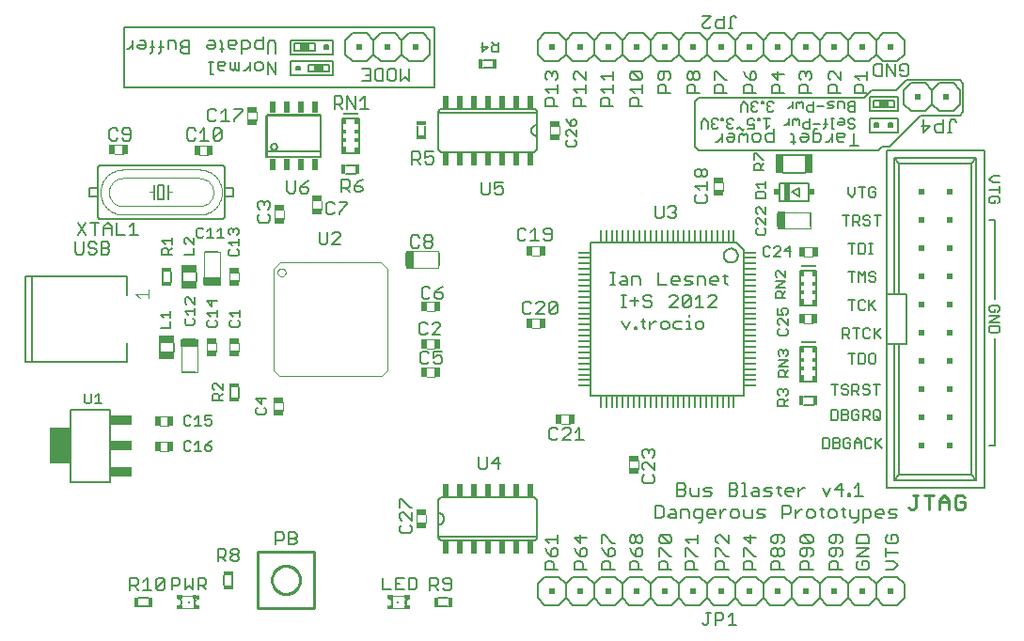
<source format=gto>
G75*
G70*
%OFA0B0*%
%FSLAX24Y24*%
%IPPOS*%
%LPD*%
%AMOC8*
5,1,8,0,0,1.08239X$1,22.5*
%
%ADD10C,0.0060*%
%ADD11C,0.0050*%
%ADD12C,0.0080*%
%ADD13R,0.0374X0.0197*%
%ADD14R,0.0374X0.0197*%
%ADD15C,0.0040*%
%ADD16R,0.0197X0.0374*%
%ADD17R,0.0197X0.0374*%
%ADD18R,0.0079X0.0472*%
%ADD19R,0.0256X0.0591*%
%ADD20R,0.0340X0.0160*%
%ADD21R,0.0551X0.0256*%
%ADD22R,0.0472X0.0079*%
%ADD23R,0.0591X0.0256*%
%ADD24R,0.0193X0.0433*%
%ADD25R,0.0160X0.0340*%
%ADD26R,0.0197X0.0128*%
%ADD27R,0.0098X0.0059*%
%ADD28R,0.0069X0.0157*%
%ADD29R,0.0079X0.0079*%
%ADD30R,0.0118X0.0118*%
%ADD31R,0.0030X0.0128*%
%ADD32R,0.0200X0.0200*%
%ADD33C,0.0090*%
%ADD34C,0.0039*%
%ADD35C,0.0086*%
%ADD36R,0.0106X0.0394*%
%ADD37R,0.0394X0.0106*%
%ADD38R,0.0200X0.0450*%
%ADD39R,0.0118X0.0236*%
%ADD40R,0.0118X0.0157*%
%ADD41R,0.0118X0.0197*%
%ADD42R,0.0551X0.0039*%
%ADD43R,0.0551X0.0079*%
%ADD44R,0.0039X0.0079*%
%ADD45R,0.0195X0.0240*%
%ADD46R,0.0197X0.0630*%
%ADD47R,0.0290X0.0690*%
%ADD48R,0.0730X0.1260*%
%ADD49R,0.0730X0.0340*%
%ADD50C,0.0020*%
D10*
X009081Y004831D02*
X009081Y005271D01*
X009301Y005271D01*
X009374Y005198D01*
X009374Y005051D01*
X009301Y004978D01*
X009081Y004978D01*
X009228Y004978D02*
X009374Y004831D01*
X009541Y004831D02*
X009835Y004831D01*
X009688Y004831D02*
X009688Y005271D01*
X009541Y005125D01*
X010002Y005198D02*
X010002Y004904D01*
X010295Y005198D01*
X010295Y004904D01*
X010222Y004831D01*
X010075Y004831D01*
X010002Y004904D01*
X010002Y005198D02*
X010075Y005271D01*
X010222Y005271D01*
X010295Y005198D01*
X009721Y004541D02*
X009381Y004541D01*
X009381Y004261D02*
X009721Y004261D01*
X012413Y005018D02*
X012413Y005358D01*
X012693Y005358D02*
X012693Y005018D01*
X012723Y005858D02*
X012649Y005931D01*
X012649Y006005D01*
X012723Y006078D01*
X012870Y006078D01*
X012943Y006005D01*
X012943Y005931D01*
X012870Y005858D01*
X012723Y005858D01*
X012723Y006078D02*
X012649Y006152D01*
X012649Y006225D01*
X012723Y006298D01*
X012870Y006298D01*
X012943Y006225D01*
X012943Y006152D01*
X012870Y006078D01*
X012483Y006078D02*
X012483Y006225D01*
X012409Y006298D01*
X012189Y006298D01*
X012189Y005858D01*
X012189Y006005D02*
X012409Y006005D01*
X012483Y006078D01*
X012336Y006005D02*
X012483Y005858D01*
X018628Y006916D02*
X018701Y006842D01*
X018995Y006842D01*
X019068Y006916D01*
X019068Y007063D01*
X018995Y007136D01*
X019068Y007303D02*
X018775Y007596D01*
X018701Y007596D01*
X018628Y007523D01*
X018628Y007376D01*
X018701Y007303D01*
X018701Y007136D02*
X018628Y007063D01*
X018628Y006916D01*
X019068Y007303D02*
X019068Y007596D01*
X019068Y007763D02*
X018995Y007763D01*
X018701Y008057D01*
X018628Y008057D01*
X018628Y007763D01*
X020006Y007554D02*
X020006Y007154D01*
X020006Y006734D01*
X020006Y006724D02*
X023506Y006724D01*
X023506Y006734D02*
X023506Y007974D01*
X023504Y007997D01*
X023499Y008020D01*
X023490Y008042D01*
X023477Y008062D01*
X023462Y008080D01*
X023444Y008095D01*
X023424Y008108D01*
X023402Y008117D01*
X023379Y008122D01*
X023356Y008124D01*
X020156Y008124D01*
X020133Y008122D01*
X020110Y008117D01*
X020088Y008108D01*
X020068Y008095D01*
X020050Y008080D01*
X020035Y008062D01*
X020022Y008042D01*
X020013Y008020D01*
X020008Y007997D01*
X020006Y007974D01*
X020006Y007554D01*
X020033Y007552D01*
X020060Y007547D01*
X020086Y007537D01*
X020110Y007525D01*
X020132Y007509D01*
X020152Y007491D01*
X020169Y007469D01*
X020184Y007446D01*
X020194Y007421D01*
X020202Y007395D01*
X020206Y007368D01*
X020206Y007340D01*
X020202Y007313D01*
X020194Y007287D01*
X020184Y007262D01*
X020169Y007239D01*
X020152Y007217D01*
X020132Y007199D01*
X020110Y007183D01*
X020086Y007171D01*
X020060Y007161D01*
X020033Y007156D01*
X020006Y007154D01*
X020006Y006734D02*
X020008Y006711D01*
X020013Y006688D01*
X020022Y006666D01*
X020035Y006646D01*
X020050Y006628D01*
X020068Y006613D01*
X020088Y006600D01*
X020110Y006591D01*
X020133Y006586D01*
X020156Y006584D01*
X023356Y006584D01*
X023379Y006586D01*
X023402Y006591D01*
X023424Y006600D01*
X023444Y006613D01*
X023462Y006628D01*
X023477Y006646D01*
X023490Y006666D01*
X023499Y006688D01*
X023504Y006711D01*
X023506Y006734D01*
X023795Y006630D02*
X024235Y006630D01*
X024235Y006484D02*
X024235Y006777D01*
X023942Y006484D02*
X023795Y006630D01*
X023795Y006317D02*
X023868Y006170D01*
X024015Y006023D01*
X024015Y006243D01*
X024089Y006317D01*
X024162Y006317D01*
X024235Y006243D01*
X024235Y006097D01*
X024162Y006023D01*
X024015Y006023D01*
X024015Y005856D02*
X024089Y005783D01*
X024089Y005563D01*
X024235Y005563D02*
X023795Y005563D01*
X023795Y005783D01*
X023868Y005856D01*
X024015Y005856D01*
X023773Y005295D02*
X024273Y005295D01*
X024523Y005045D01*
X024773Y005295D01*
X025273Y005295D01*
X025523Y005045D01*
X025773Y005295D01*
X026273Y005295D01*
X026523Y005045D01*
X026773Y005295D01*
X027273Y005295D01*
X027523Y005045D01*
X027773Y005295D01*
X028273Y005295D01*
X028523Y005045D01*
X028773Y005295D01*
X029273Y005295D01*
X029523Y005045D01*
X029773Y005295D01*
X030273Y005295D01*
X030523Y005045D01*
X030773Y005295D01*
X031273Y005295D01*
X031523Y005045D01*
X031773Y005295D01*
X032273Y005295D01*
X032523Y005045D01*
X032773Y005295D01*
X033273Y005295D01*
X033523Y005045D01*
X033773Y005295D01*
X034273Y005295D01*
X034523Y005045D01*
X034773Y005295D01*
X035273Y005295D01*
X035523Y005045D01*
X035773Y005295D01*
X036273Y005295D01*
X036523Y005045D01*
X036523Y004545D01*
X036273Y004295D01*
X035773Y004295D01*
X035523Y004545D01*
X035273Y004295D01*
X034773Y004295D01*
X034523Y004545D01*
X034523Y005045D01*
X034324Y005563D02*
X033884Y005563D01*
X033884Y005783D01*
X033957Y005856D01*
X034104Y005856D01*
X034177Y005783D01*
X034177Y005563D01*
X033523Y005045D02*
X033523Y004545D01*
X033273Y004295D01*
X032773Y004295D01*
X032523Y004545D01*
X032273Y004295D01*
X031773Y004295D01*
X031523Y004545D01*
X031523Y005045D01*
X031273Y005563D02*
X030832Y005563D01*
X030832Y005783D01*
X030906Y005856D01*
X031053Y005856D01*
X031126Y005783D01*
X031126Y005563D01*
X031817Y005563D02*
X031817Y005783D01*
X031890Y005856D01*
X032037Y005856D01*
X032110Y005783D01*
X032110Y005563D01*
X032257Y005563D02*
X031817Y005563D01*
X031890Y006023D02*
X031964Y006023D01*
X032037Y006097D01*
X032037Y006243D01*
X032110Y006317D01*
X032184Y006317D01*
X032257Y006243D01*
X032257Y006097D01*
X032184Y006023D01*
X032110Y006023D01*
X032037Y006097D01*
X032037Y006243D02*
X031964Y006317D01*
X031890Y006317D01*
X031817Y006243D01*
X031817Y006097D01*
X031890Y006023D01*
X031890Y006484D02*
X031964Y006484D01*
X032037Y006557D01*
X032037Y006777D01*
X032184Y006777D02*
X031890Y006777D01*
X031817Y006704D01*
X031817Y006557D01*
X031890Y006484D01*
X032184Y006484D02*
X032257Y006557D01*
X032257Y006704D01*
X032184Y006777D01*
X032850Y006704D02*
X032924Y006777D01*
X033217Y006484D01*
X033291Y006557D01*
X033291Y006704D01*
X033217Y006777D01*
X032924Y006777D01*
X032850Y006704D02*
X032850Y006557D01*
X032924Y006484D01*
X033217Y006484D01*
X033217Y006317D02*
X032924Y006317D01*
X032850Y006243D01*
X032850Y006097D01*
X032924Y006023D01*
X032997Y006023D01*
X033070Y006097D01*
X033070Y006317D01*
X033217Y006317D02*
X033291Y006243D01*
X033291Y006097D01*
X033217Y006023D01*
X033070Y005856D02*
X033144Y005783D01*
X033144Y005563D01*
X033291Y005563D02*
X032850Y005563D01*
X032850Y005783D01*
X032924Y005856D01*
X033070Y005856D01*
X033884Y006097D02*
X033884Y006243D01*
X033957Y006317D01*
X034251Y006317D01*
X034324Y006243D01*
X034324Y006097D01*
X034251Y006023D01*
X034104Y006097D02*
X034104Y006317D01*
X034030Y006484D02*
X034104Y006557D01*
X034104Y006777D01*
X034251Y006777D02*
X033957Y006777D01*
X033884Y006704D01*
X033884Y006557D01*
X033957Y006484D01*
X034030Y006484D01*
X034251Y006484D02*
X034324Y006557D01*
X034324Y006704D01*
X034251Y006777D01*
X034819Y006704D02*
X034819Y006484D01*
X035259Y006484D01*
X035259Y006704D01*
X035186Y006777D01*
X034892Y006777D01*
X034819Y006704D01*
X034819Y006317D02*
X035259Y006317D01*
X034819Y006023D01*
X035259Y006023D01*
X035186Y005856D02*
X035039Y005856D01*
X035039Y005710D01*
X035186Y005856D02*
X035259Y005783D01*
X035259Y005636D01*
X035186Y005563D01*
X034892Y005563D01*
X034819Y005636D01*
X034819Y005783D01*
X034892Y005856D01*
X034104Y006097D02*
X034030Y006023D01*
X033957Y006023D01*
X033884Y006097D01*
X032523Y005045D02*
X032523Y004545D01*
X031523Y004545D02*
X031273Y004295D01*
X030773Y004295D01*
X030523Y004545D01*
X030273Y004295D01*
X029773Y004295D01*
X029523Y004545D01*
X029273Y004295D01*
X028773Y004295D01*
X028523Y004545D01*
X028523Y005045D01*
X028766Y005563D02*
X028766Y005783D01*
X028839Y005856D01*
X028986Y005856D01*
X029059Y005783D01*
X029059Y005563D01*
X029206Y005563D02*
X028766Y005563D01*
X028271Y005563D02*
X027831Y005563D01*
X027831Y005783D01*
X027904Y005856D01*
X028051Y005856D01*
X028124Y005783D01*
X028124Y005563D01*
X027523Y005045D02*
X027523Y004545D01*
X027273Y004295D01*
X026773Y004295D01*
X026523Y004545D01*
X026273Y004295D01*
X025773Y004295D01*
X025523Y004545D01*
X025523Y005045D01*
X025269Y005563D02*
X024829Y005563D01*
X024829Y005783D01*
X024902Y005856D01*
X025049Y005856D01*
X025122Y005783D01*
X025122Y005563D01*
X024523Y005045D02*
X024523Y004545D01*
X024273Y004295D01*
X023773Y004295D01*
X023523Y004545D01*
X023523Y005045D01*
X023773Y005295D01*
X024523Y004545D02*
X024773Y004295D01*
X025273Y004295D01*
X025523Y004545D01*
X026523Y004545D02*
X026523Y005045D01*
X026253Y005563D02*
X025813Y005563D01*
X025813Y005783D01*
X025886Y005856D01*
X026033Y005856D01*
X026106Y005783D01*
X026106Y005563D01*
X026033Y006023D02*
X026033Y006243D01*
X026106Y006317D01*
X026180Y006317D01*
X026253Y006243D01*
X026253Y006097D01*
X026180Y006023D01*
X026033Y006023D01*
X025886Y006170D01*
X025813Y006317D01*
X025813Y006484D02*
X025813Y006777D01*
X025886Y006777D01*
X026180Y006484D01*
X026253Y006484D01*
X026797Y006557D02*
X026797Y006704D01*
X026870Y006777D01*
X026944Y006777D01*
X027017Y006704D01*
X027017Y006557D01*
X026944Y006484D01*
X026870Y006484D01*
X026797Y006557D01*
X027017Y006557D02*
X027091Y006484D01*
X027164Y006484D01*
X027237Y006557D01*
X027237Y006704D01*
X027164Y006777D01*
X027091Y006777D01*
X027017Y006704D01*
X027091Y006317D02*
X027017Y006243D01*
X027017Y006023D01*
X027164Y006023D01*
X027237Y006097D01*
X027237Y006243D01*
X027164Y006317D01*
X027091Y006317D01*
X026870Y006170D02*
X027017Y006023D01*
X027017Y005856D02*
X027091Y005783D01*
X027091Y005563D01*
X027237Y005563D02*
X026797Y005563D01*
X026797Y005783D01*
X026870Y005856D01*
X027017Y005856D01*
X026870Y006170D02*
X026797Y006317D01*
X027831Y006317D02*
X027831Y006023D01*
X027831Y006317D02*
X027904Y006317D01*
X028197Y006023D01*
X028271Y006023D01*
X028197Y006484D02*
X027904Y006484D01*
X027831Y006557D01*
X027831Y006704D01*
X027904Y006777D01*
X028197Y006484D01*
X028271Y006557D01*
X028271Y006704D01*
X028197Y006777D01*
X027904Y006777D01*
X027911Y007384D02*
X027985Y007457D01*
X027985Y007751D01*
X027911Y007824D01*
X027691Y007824D01*
X027691Y007384D01*
X027911Y007384D01*
X028151Y007457D02*
X028225Y007530D01*
X028445Y007530D01*
X028445Y007604D02*
X028445Y007384D01*
X028225Y007384D01*
X028151Y007457D01*
X028225Y007677D02*
X028372Y007677D01*
X028445Y007604D01*
X028612Y007677D02*
X028832Y007677D01*
X028905Y007604D01*
X028905Y007384D01*
X029072Y007457D02*
X029146Y007384D01*
X029366Y007384D01*
X029366Y007310D02*
X029366Y007677D01*
X029146Y007677D01*
X029072Y007604D01*
X029072Y007457D01*
X029219Y007237D02*
X029292Y007237D01*
X029366Y007310D01*
X029533Y007457D02*
X029606Y007384D01*
X029753Y007384D01*
X029826Y007530D02*
X029533Y007530D01*
X029533Y007457D02*
X029533Y007604D01*
X029606Y007677D01*
X029753Y007677D01*
X029826Y007604D01*
X029826Y007530D01*
X029993Y007530D02*
X030140Y007677D01*
X030213Y007677D01*
X030376Y007604D02*
X030376Y007457D01*
X030450Y007384D01*
X030597Y007384D01*
X030670Y007457D01*
X030670Y007604D01*
X030597Y007677D01*
X030450Y007677D01*
X030376Y007604D01*
X029993Y007677D02*
X029993Y007384D01*
X029995Y006777D02*
X029922Y006777D01*
X029848Y006704D01*
X029848Y006557D01*
X029922Y006484D01*
X029922Y006317D02*
X030215Y006023D01*
X030289Y006023D01*
X030068Y005856D02*
X030142Y005783D01*
X030142Y005563D01*
X030289Y005563D02*
X029848Y005563D01*
X029848Y005783D01*
X029922Y005856D01*
X030068Y005856D01*
X029848Y006023D02*
X029848Y006317D01*
X029922Y006317D01*
X030289Y006484D02*
X029995Y006777D01*
X030289Y006777D02*
X030289Y006484D01*
X030832Y006317D02*
X030832Y006023D01*
X030832Y006317D02*
X030906Y006317D01*
X031199Y006023D01*
X031273Y006023D01*
X031053Y006484D02*
X031053Y006777D01*
X031273Y006704D02*
X030832Y006704D01*
X031053Y006484D01*
X031130Y007384D02*
X030910Y007384D01*
X030837Y007457D01*
X030837Y007677D01*
X031130Y007677D02*
X031130Y007384D01*
X031297Y007384D02*
X031517Y007384D01*
X031591Y007457D01*
X031517Y007530D01*
X031371Y007530D01*
X031297Y007604D01*
X031371Y007677D01*
X031591Y007677D01*
X032218Y007530D02*
X032438Y007530D01*
X032511Y007604D01*
X032511Y007751D01*
X032438Y007824D01*
X032218Y007824D01*
X032218Y007384D01*
X032678Y007384D02*
X032678Y007677D01*
X032678Y007530D02*
X032825Y007677D01*
X032898Y007677D01*
X033062Y007604D02*
X033062Y007457D01*
X033135Y007384D01*
X033282Y007384D01*
X033355Y007457D01*
X033355Y007604D01*
X033282Y007677D01*
X033135Y007677D01*
X033062Y007604D01*
X033522Y007677D02*
X033669Y007677D01*
X033596Y007751D02*
X033596Y007457D01*
X033669Y007384D01*
X033829Y007457D02*
X033903Y007384D01*
X034049Y007384D01*
X034123Y007457D01*
X034123Y007604D01*
X034049Y007677D01*
X033903Y007677D01*
X033829Y007604D01*
X033829Y007457D01*
X034289Y007677D02*
X034436Y007677D01*
X034363Y007751D02*
X034363Y007457D01*
X034436Y007384D01*
X034596Y007457D02*
X034670Y007384D01*
X034890Y007384D01*
X034890Y007310D02*
X034817Y007237D01*
X034743Y007237D01*
X034890Y007310D02*
X034890Y007677D01*
X035057Y007677D02*
X035277Y007677D01*
X035350Y007604D01*
X035350Y007457D01*
X035277Y007384D01*
X035057Y007384D01*
X035057Y007237D02*
X035057Y007677D01*
X034596Y007677D02*
X034596Y007457D01*
X034613Y008171D02*
X034540Y008171D01*
X034540Y008244D01*
X034613Y008244D01*
X034613Y008171D01*
X034770Y008171D02*
X035064Y008171D01*
X034917Y008171D02*
X034917Y008611D01*
X034770Y008465D01*
X034373Y008391D02*
X034079Y008391D01*
X034300Y008611D01*
X034300Y008171D01*
X033913Y008465D02*
X033766Y008171D01*
X033619Y008465D01*
X032995Y008465D02*
X032922Y008465D01*
X032775Y008318D01*
X032775Y008171D02*
X032775Y008465D01*
X032608Y008391D02*
X032608Y008318D01*
X032315Y008318D01*
X032315Y008391D02*
X032388Y008465D01*
X032535Y008465D01*
X032608Y008391D01*
X032535Y008171D02*
X032388Y008171D01*
X032315Y008244D01*
X032315Y008391D01*
X032155Y008465D02*
X032008Y008465D01*
X032081Y008538D02*
X032081Y008244D01*
X032155Y008171D01*
X031841Y008244D02*
X031768Y008318D01*
X031621Y008318D01*
X031548Y008391D01*
X031621Y008465D01*
X031841Y008465D01*
X031841Y008244D02*
X031768Y008171D01*
X031548Y008171D01*
X031381Y008171D02*
X031381Y008391D01*
X031307Y008465D01*
X031161Y008465D01*
X031161Y008318D02*
X031381Y008318D01*
X031381Y008171D02*
X031161Y008171D01*
X031087Y008244D01*
X031161Y008318D01*
X030927Y008171D02*
X030780Y008171D01*
X030854Y008171D02*
X030854Y008611D01*
X030780Y008611D01*
X030614Y008538D02*
X030614Y008465D01*
X030540Y008391D01*
X030320Y008391D01*
X030320Y008171D02*
X030540Y008171D01*
X030614Y008244D01*
X030614Y008318D01*
X030540Y008391D01*
X030614Y008538D02*
X030540Y008611D01*
X030320Y008611D01*
X030320Y008171D01*
X029693Y008244D02*
X029619Y008318D01*
X029473Y008318D01*
X029399Y008391D01*
X029473Y008465D01*
X029693Y008465D01*
X029693Y008244D02*
X029619Y008171D01*
X029399Y008171D01*
X029232Y008171D02*
X029232Y008465D01*
X028939Y008465D02*
X028939Y008244D01*
X029012Y008171D01*
X029232Y008171D01*
X028772Y008244D02*
X028772Y008318D01*
X028699Y008391D01*
X028479Y008391D01*
X028699Y008391D02*
X028772Y008465D01*
X028772Y008538D01*
X028699Y008611D01*
X028479Y008611D01*
X028479Y008171D01*
X028699Y008171D01*
X028772Y008244D01*
X028612Y007677D02*
X028612Y007384D01*
X028766Y006630D02*
X029206Y006630D01*
X029206Y006484D02*
X029206Y006777D01*
X028912Y006484D02*
X028766Y006630D01*
X028766Y006317D02*
X028839Y006317D01*
X029133Y006023D01*
X029206Y006023D01*
X028766Y006023D02*
X028766Y006317D01*
X029523Y005045D02*
X029523Y004545D01*
X029511Y004035D02*
X029658Y004035D01*
X029584Y004035D02*
X029584Y003668D01*
X029511Y003594D01*
X029438Y003594D01*
X029364Y003668D01*
X029825Y003741D02*
X030045Y003741D01*
X030118Y003814D01*
X030118Y003961D01*
X030045Y004035D01*
X029825Y004035D01*
X029825Y003594D01*
X030285Y003594D02*
X030579Y003594D01*
X030432Y003594D02*
X030432Y004035D01*
X030285Y003888D01*
X030523Y004545D02*
X030523Y005045D01*
X028523Y004545D02*
X028273Y004295D01*
X027773Y004295D01*
X027523Y004545D01*
X025269Y006097D02*
X025269Y006243D01*
X025196Y006317D01*
X025122Y006317D01*
X025049Y006243D01*
X025049Y006023D01*
X025196Y006023D01*
X025269Y006097D01*
X025049Y006023D02*
X024902Y006170D01*
X024829Y006317D01*
X025049Y006484D02*
X025049Y006777D01*
X025269Y006704D02*
X024829Y006704D01*
X025049Y006484D01*
X027240Y008687D02*
X027313Y008614D01*
X027607Y008614D01*
X027680Y008687D01*
X027680Y008834D01*
X027607Y008908D01*
X027680Y009074D02*
X027387Y009368D01*
X027313Y009368D01*
X027240Y009295D01*
X027240Y009148D01*
X027313Y009074D01*
X027313Y008908D02*
X027240Y008834D01*
X027240Y008687D01*
X027680Y009074D02*
X027680Y009368D01*
X027607Y009535D02*
X027680Y009608D01*
X027680Y009755D01*
X027607Y009828D01*
X027534Y009828D01*
X027460Y009755D01*
X027460Y009681D01*
X027460Y009755D02*
X027387Y009828D01*
X027313Y009828D01*
X027240Y009755D01*
X027240Y009608D01*
X027313Y009535D01*
X025165Y010140D02*
X024872Y010140D01*
X025018Y010140D02*
X025018Y010580D01*
X024872Y010433D01*
X024705Y010433D02*
X024411Y010140D01*
X024705Y010140D01*
X024705Y010433D02*
X024705Y010507D01*
X024631Y010580D01*
X024485Y010580D01*
X024411Y010507D01*
X024245Y010507D02*
X024171Y010580D01*
X024024Y010580D01*
X023951Y010507D01*
X023951Y010213D01*
X024024Y010140D01*
X024171Y010140D01*
X024245Y010213D01*
X022122Y009546D02*
X022122Y009106D01*
X022195Y009326D02*
X021901Y009326D01*
X022122Y009546D01*
X021735Y009546D02*
X021735Y009180D01*
X021661Y009106D01*
X021514Y009106D01*
X021441Y009180D01*
X021441Y009546D01*
X020055Y012846D02*
X019908Y012846D01*
X019835Y012920D01*
X019835Y013066D02*
X019981Y013140D01*
X020055Y013140D01*
X020128Y013066D01*
X020128Y012920D01*
X020055Y012846D01*
X019835Y013066D02*
X019835Y013287D01*
X020128Y013287D01*
X019668Y013213D02*
X019594Y013287D01*
X019448Y013287D01*
X019374Y013213D01*
X019374Y012920D01*
X019448Y012846D01*
X019594Y012846D01*
X019668Y012920D01*
X019785Y013880D02*
X020079Y014173D01*
X020079Y014247D01*
X020005Y014320D01*
X019859Y014320D01*
X019785Y014247D01*
X019619Y014247D02*
X019545Y014320D01*
X019398Y014320D01*
X019325Y014247D01*
X019325Y013953D01*
X019398Y013880D01*
X019545Y013880D01*
X019619Y013953D01*
X019785Y013880D02*
X020079Y013880D01*
X020104Y015159D02*
X020177Y015233D01*
X020177Y015306D01*
X020104Y015379D01*
X019884Y015379D01*
X019884Y015233D01*
X019957Y015159D01*
X020104Y015159D01*
X019884Y015379D02*
X020031Y015526D01*
X020177Y015600D01*
X019717Y015526D02*
X019644Y015600D01*
X019497Y015600D01*
X019423Y015526D01*
X019423Y015233D01*
X019497Y015159D01*
X019644Y015159D01*
X019717Y015233D01*
X019720Y016970D02*
X019573Y016970D01*
X019500Y017044D01*
X019500Y017117D01*
X019573Y017190D01*
X019720Y017190D01*
X019793Y017117D01*
X019793Y017044D01*
X019720Y016970D01*
X019720Y017190D02*
X019793Y017264D01*
X019793Y017337D01*
X019720Y017411D01*
X019573Y017411D01*
X019500Y017337D01*
X019500Y017264D01*
X019573Y017190D01*
X019333Y017044D02*
X019260Y016970D01*
X019113Y016970D01*
X019040Y017044D01*
X019040Y017337D01*
X019113Y017411D01*
X019260Y017411D01*
X019333Y017337D01*
X017323Y019022D02*
X017250Y018949D01*
X017103Y018949D01*
X017029Y019022D01*
X017029Y019169D01*
X017250Y019169D01*
X017323Y019095D01*
X017323Y019022D01*
X017176Y019316D02*
X017029Y019169D01*
X016863Y019169D02*
X016789Y019095D01*
X016569Y019095D01*
X016569Y018949D02*
X016569Y019389D01*
X016789Y019389D01*
X016863Y019316D01*
X016863Y019169D01*
X016716Y019095D02*
X016863Y018949D01*
X016782Y018602D02*
X016488Y018602D01*
X016321Y018528D02*
X016248Y018602D01*
X016101Y018602D01*
X016028Y018528D01*
X016028Y018235D01*
X016101Y018161D01*
X016248Y018161D01*
X016321Y018235D01*
X016488Y018235D02*
X016488Y018161D01*
X016488Y018235D02*
X016782Y018528D01*
X016782Y018602D01*
X017176Y019316D02*
X017323Y019389D01*
X017063Y019600D02*
X016723Y019600D01*
X016723Y019880D02*
X017063Y019880D01*
X015404Y019340D02*
X015257Y019266D01*
X015110Y019120D01*
X015330Y019120D01*
X015404Y019046D01*
X015404Y018973D01*
X015330Y018899D01*
X015184Y018899D01*
X015110Y018973D01*
X015110Y019120D01*
X014943Y018973D02*
X014943Y019340D01*
X014650Y019340D02*
X014650Y018973D01*
X014723Y018899D01*
X014870Y018899D01*
X014943Y018973D01*
X014051Y018552D02*
X014051Y018406D01*
X013977Y018332D01*
X013977Y018165D02*
X014051Y018092D01*
X014051Y017945D01*
X013977Y017872D01*
X013684Y017872D01*
X013610Y017945D01*
X013610Y018092D01*
X013684Y018165D01*
X013684Y018332D02*
X013610Y018406D01*
X013610Y018552D01*
X013684Y018626D01*
X013757Y018626D01*
X013831Y018552D01*
X013904Y018626D01*
X013977Y018626D01*
X014051Y018552D01*
X013831Y018552D02*
X013831Y018479D01*
X012731Y018790D02*
X012731Y019090D01*
X012431Y019090D01*
X012431Y018790D01*
X012731Y018790D01*
X012431Y018790D02*
X012431Y018490D01*
X012431Y018090D01*
X012429Y018073D01*
X012425Y018056D01*
X012418Y018040D01*
X012408Y018026D01*
X012395Y018013D01*
X012381Y018003D01*
X012365Y017996D01*
X012348Y017992D01*
X012331Y017990D01*
X008031Y017990D01*
X008014Y017992D01*
X007997Y017996D01*
X007981Y018003D01*
X007967Y018013D01*
X007954Y018026D01*
X007944Y018040D01*
X007937Y018056D01*
X007933Y018073D01*
X007931Y018090D01*
X007931Y018490D01*
X007931Y019390D01*
X007931Y019790D01*
X007933Y019807D01*
X007937Y019824D01*
X007944Y019840D01*
X007954Y019854D01*
X007967Y019867D01*
X007981Y019877D01*
X007997Y019884D01*
X008014Y019888D01*
X008031Y019890D01*
X012331Y019890D01*
X012348Y019888D01*
X012365Y019884D01*
X012381Y019877D01*
X012395Y019867D01*
X012408Y019854D01*
X012418Y019840D01*
X012425Y019824D01*
X012429Y019807D01*
X012431Y019790D01*
X012431Y019390D01*
X012431Y019090D01*
X010431Y019190D02*
X010431Y018940D01*
X010431Y018690D01*
X010281Y018690D02*
X010281Y019190D01*
X010081Y019190D01*
X010081Y018690D01*
X010281Y018690D01*
X009931Y018690D02*
X009931Y018940D01*
X009931Y019190D01*
X009207Y017863D02*
X009207Y017423D01*
X009060Y017423D02*
X009354Y017423D01*
X009060Y017717D02*
X009207Y017863D01*
X008600Y017863D02*
X008600Y017423D01*
X008893Y017423D01*
X008433Y017423D02*
X008433Y017717D01*
X008286Y017863D01*
X008139Y017717D01*
X008139Y017423D01*
X008139Y017643D02*
X008433Y017643D01*
X007973Y017863D02*
X007679Y017863D01*
X007826Y017863D02*
X007826Y017423D01*
X007816Y017176D02*
X007670Y017176D01*
X007596Y017103D01*
X007596Y017029D01*
X007670Y016956D01*
X007816Y016956D01*
X007890Y016882D01*
X007890Y016809D01*
X007816Y016736D01*
X007670Y016736D01*
X007596Y016809D01*
X007430Y016809D02*
X007430Y017176D01*
X007512Y017423D02*
X007219Y017863D01*
X007512Y017863D02*
X007219Y017423D01*
X007136Y017176D02*
X007136Y016809D01*
X007209Y016736D01*
X007356Y016736D01*
X007430Y016809D01*
X007816Y017176D02*
X007890Y017103D01*
X008057Y017176D02*
X008277Y017176D01*
X008350Y017103D01*
X008350Y017029D01*
X008277Y016956D01*
X008057Y016956D01*
X008277Y016956D02*
X008350Y016882D01*
X008350Y016809D01*
X008277Y016736D01*
X008057Y016736D01*
X008057Y017176D01*
X010241Y016110D02*
X010241Y015770D01*
X010521Y015770D02*
X010521Y016110D01*
X010931Y016102D02*
X010931Y015779D01*
X011431Y015779D02*
X011431Y016102D01*
X010631Y013602D02*
X010631Y013279D01*
X010131Y013279D02*
X010131Y013602D01*
X012641Y012010D02*
X012641Y011670D01*
X012921Y011670D02*
X012921Y012010D01*
X015864Y017088D02*
X016010Y017088D01*
X016084Y017162D01*
X016084Y017529D01*
X016251Y017455D02*
X016324Y017529D01*
X016471Y017529D01*
X016544Y017455D01*
X016544Y017382D01*
X016251Y017088D01*
X016544Y017088D01*
X015864Y017088D02*
X015790Y017162D01*
X015790Y017529D01*
X019079Y019933D02*
X019079Y020373D01*
X019299Y020373D01*
X019372Y020300D01*
X019372Y020153D01*
X019299Y020080D01*
X019079Y020080D01*
X019226Y020080D02*
X019372Y019933D01*
X019539Y020006D02*
X019613Y019933D01*
X019759Y019933D01*
X019833Y020006D01*
X019833Y020153D01*
X019759Y020226D01*
X019686Y020226D01*
X019539Y020153D01*
X019539Y020373D01*
X019833Y020373D01*
X020006Y020513D02*
X020006Y021753D01*
X020006Y021763D02*
X023506Y021763D01*
X023506Y021753D02*
X023506Y021333D01*
X023506Y020933D01*
X023506Y020513D01*
X023504Y020490D01*
X023499Y020467D01*
X023490Y020445D01*
X023477Y020425D01*
X023462Y020407D01*
X023444Y020392D01*
X023424Y020379D01*
X023402Y020370D01*
X023379Y020365D01*
X023356Y020363D01*
X020156Y020363D01*
X020133Y020365D01*
X020110Y020370D01*
X020088Y020379D01*
X020068Y020392D01*
X020050Y020407D01*
X020035Y020425D01*
X020022Y020445D01*
X020013Y020467D01*
X020008Y020490D01*
X020006Y020513D01*
X019534Y020963D02*
X019534Y021303D01*
X019253Y021303D02*
X019253Y020963D01*
X020006Y021753D02*
X020008Y021776D01*
X020013Y021799D01*
X020022Y021821D01*
X020035Y021841D01*
X020050Y021859D01*
X020068Y021874D01*
X020088Y021887D01*
X020110Y021896D01*
X020133Y021901D01*
X020156Y021903D01*
X023356Y021903D01*
X023379Y021901D01*
X023402Y021896D01*
X023424Y021887D01*
X023444Y021874D01*
X023462Y021859D01*
X023477Y021841D01*
X023490Y021821D01*
X023499Y021799D01*
X023504Y021776D01*
X023506Y021753D01*
X023803Y021997D02*
X023803Y022217D01*
X023876Y022290D01*
X024023Y022290D01*
X024097Y022217D01*
X024097Y021997D01*
X024243Y021997D02*
X023803Y021997D01*
X023950Y022457D02*
X023803Y022604D01*
X024243Y022604D01*
X024243Y022457D02*
X024243Y022751D01*
X024170Y022917D02*
X024243Y022991D01*
X024243Y023138D01*
X024170Y023211D01*
X024097Y023211D01*
X024023Y023138D01*
X024023Y023064D01*
X024023Y023138D02*
X023950Y023211D01*
X023876Y023211D01*
X023803Y023138D01*
X023803Y022991D01*
X023876Y022917D01*
X023773Y023586D02*
X023523Y023836D01*
X023523Y024336D01*
X023773Y024586D01*
X024273Y024586D01*
X024523Y024336D01*
X024773Y024586D01*
X025273Y024586D01*
X025523Y024336D01*
X025773Y024586D01*
X026273Y024586D01*
X026523Y024336D01*
X026773Y024586D01*
X027273Y024586D01*
X027523Y024336D01*
X027773Y024586D01*
X028273Y024586D01*
X028523Y024336D01*
X028773Y024586D01*
X029273Y024586D01*
X029523Y024336D01*
X029773Y024586D01*
X030273Y024586D01*
X030523Y024336D01*
X030773Y024586D01*
X031273Y024586D01*
X031523Y024336D01*
X031773Y024586D01*
X032273Y024586D01*
X032523Y024336D01*
X032773Y024586D01*
X033273Y024586D01*
X033523Y024336D01*
X033773Y024586D01*
X034273Y024586D01*
X034523Y024336D01*
X034773Y024586D01*
X035273Y024586D01*
X035523Y024336D01*
X035773Y024586D01*
X036273Y024586D01*
X036523Y024336D01*
X036523Y023836D01*
X036273Y023586D01*
X035773Y023586D01*
X035523Y023836D01*
X035273Y023586D01*
X034773Y023586D01*
X034523Y023836D01*
X034523Y024336D01*
X034523Y023836D02*
X034273Y023586D01*
X033773Y023586D01*
X033523Y023836D01*
X033273Y023586D01*
X032773Y023586D01*
X032523Y023836D01*
X032273Y023586D01*
X031773Y023586D01*
X031523Y023836D01*
X031523Y024336D01*
X031523Y023836D02*
X031273Y023586D01*
X030773Y023586D01*
X030523Y023836D01*
X030273Y023586D01*
X029773Y023586D01*
X029523Y023836D01*
X029273Y023586D01*
X028773Y023586D01*
X028523Y023836D01*
X028523Y024336D01*
X028523Y023836D02*
X028273Y023586D01*
X027773Y023586D01*
X027523Y023836D01*
X027273Y023586D01*
X026773Y023586D01*
X026523Y023836D01*
X026273Y023586D01*
X025773Y023586D01*
X025523Y023836D01*
X025523Y024336D01*
X025523Y023836D02*
X025273Y023586D01*
X024773Y023586D01*
X024523Y023836D01*
X024273Y023586D01*
X023773Y023586D01*
X024523Y023836D02*
X024523Y024336D01*
X024861Y023211D02*
X024787Y023138D01*
X024787Y022991D01*
X024861Y022917D01*
X024861Y023211D02*
X024934Y023211D01*
X025228Y022917D01*
X025228Y023211D01*
X025771Y023064D02*
X026212Y023064D01*
X026212Y022917D02*
X026212Y023211D01*
X025918Y022917D02*
X025771Y023064D01*
X025771Y022604D02*
X026212Y022604D01*
X026212Y022457D02*
X026212Y022751D01*
X025918Y022457D02*
X025771Y022604D01*
X025845Y022290D02*
X025992Y022290D01*
X026065Y022217D01*
X026065Y021997D01*
X026212Y021997D02*
X025771Y021997D01*
X025771Y022217D01*
X025845Y022290D01*
X025228Y022457D02*
X025228Y022751D01*
X025228Y022604D02*
X024787Y022604D01*
X024934Y022457D01*
X025007Y022290D02*
X025081Y022217D01*
X025081Y021997D01*
X025228Y021997D02*
X024787Y021997D01*
X024787Y022217D01*
X024861Y022290D01*
X025007Y022290D01*
X026805Y022217D02*
X026878Y022290D01*
X027025Y022290D01*
X027099Y022217D01*
X027099Y021997D01*
X027245Y021997D02*
X026805Y021997D01*
X026805Y022217D01*
X026952Y022457D02*
X026805Y022604D01*
X027245Y022604D01*
X027245Y022457D02*
X027245Y022751D01*
X027172Y022917D02*
X026878Y022917D01*
X026805Y022991D01*
X026805Y023138D01*
X026878Y023211D01*
X027172Y022917D01*
X027245Y022991D01*
X027245Y023138D01*
X027172Y023211D01*
X026878Y023211D01*
X026523Y023836D02*
X026523Y024336D01*
X027523Y024336D02*
X027523Y023836D01*
X027863Y023211D02*
X027789Y023138D01*
X027789Y022991D01*
X027863Y022917D01*
X027936Y022917D01*
X028009Y022991D01*
X028009Y023211D01*
X027863Y023211D02*
X028156Y023211D01*
X028230Y023138D01*
X028230Y022991D01*
X028156Y022917D01*
X028009Y022751D02*
X027863Y022751D01*
X027789Y022677D01*
X027789Y022457D01*
X028230Y022457D01*
X028083Y022457D02*
X028083Y022677D01*
X028009Y022751D01*
X028823Y022677D02*
X028823Y022457D01*
X029263Y022457D01*
X029116Y022457D02*
X029116Y022677D01*
X029043Y022751D01*
X028896Y022751D01*
X028823Y022677D01*
X028896Y022917D02*
X028969Y022917D01*
X029043Y022991D01*
X029043Y023138D01*
X029116Y023211D01*
X029190Y023211D01*
X029263Y023138D01*
X029263Y022991D01*
X029190Y022917D01*
X029116Y022917D01*
X029043Y022991D01*
X029043Y023138D02*
X028969Y023211D01*
X028896Y023211D01*
X028823Y023138D01*
X028823Y022991D01*
X028896Y022917D01*
X029239Y022292D02*
X035114Y022292D01*
X035364Y022542D01*
X036239Y022542D01*
X036614Y022917D01*
X038489Y022917D01*
X038614Y022792D01*
X038614Y021792D01*
X038489Y021667D01*
X037114Y021667D01*
X035989Y020542D01*
X035739Y020542D01*
X035614Y020417D01*
X029239Y020417D01*
X029114Y020542D01*
X029114Y022167D01*
X029239Y022292D01*
X029807Y022457D02*
X029807Y022677D01*
X029880Y022751D01*
X030027Y022751D01*
X030100Y022677D01*
X030100Y022457D01*
X030247Y022457D02*
X029807Y022457D01*
X029807Y022917D02*
X029807Y023211D01*
X029880Y023211D01*
X030174Y022917D01*
X030247Y022917D01*
X030840Y022677D02*
X030914Y022751D01*
X031061Y022751D01*
X031134Y022677D01*
X031134Y022457D01*
X031281Y022457D02*
X030840Y022457D01*
X030840Y022677D01*
X031061Y022917D02*
X031061Y023138D01*
X031134Y023211D01*
X031207Y023211D01*
X031281Y023138D01*
X031281Y022991D01*
X031207Y022917D01*
X031061Y022917D01*
X030914Y023064D01*
X030840Y023211D01*
X030523Y023836D02*
X030523Y024336D01*
X030437Y024748D02*
X030290Y024748D01*
X030364Y024748D02*
X030364Y025114D01*
X030437Y025188D01*
X030510Y025188D01*
X030584Y025114D01*
X030124Y025041D02*
X029903Y025041D01*
X029830Y024968D01*
X029830Y024821D01*
X029903Y024748D01*
X030124Y024748D01*
X030124Y025188D01*
X029663Y025188D02*
X029370Y024894D01*
X029370Y024821D01*
X029443Y024748D01*
X029590Y024748D01*
X029663Y024821D01*
X029523Y024336D02*
X029523Y023836D01*
X029663Y025188D02*
X029370Y025188D01*
X031825Y023138D02*
X032045Y022917D01*
X032045Y023211D01*
X032265Y023138D02*
X031825Y023138D01*
X031898Y022751D02*
X032045Y022751D01*
X032118Y022677D01*
X032118Y022457D01*
X032265Y022457D02*
X031825Y022457D01*
X031825Y022677D01*
X031898Y022751D01*
X032809Y022677D02*
X032809Y022457D01*
X033249Y022457D01*
X033102Y022457D02*
X033102Y022677D01*
X033029Y022751D01*
X032882Y022751D01*
X032809Y022677D01*
X032882Y022917D02*
X032809Y022991D01*
X032809Y023138D01*
X032882Y023211D01*
X032956Y023211D01*
X033029Y023138D01*
X033102Y023211D01*
X033176Y023211D01*
X033249Y023138D01*
X033249Y022991D01*
X033176Y022917D01*
X033029Y023064D02*
X033029Y023138D01*
X033842Y023138D02*
X033842Y022991D01*
X033916Y022917D01*
X033916Y022751D02*
X034063Y022751D01*
X034136Y022677D01*
X034136Y022457D01*
X034283Y022457D02*
X033842Y022457D01*
X033842Y022677D01*
X033916Y022751D01*
X034283Y022917D02*
X033989Y023211D01*
X033916Y023211D01*
X033842Y023138D01*
X034283Y023211D02*
X034283Y022917D01*
X034777Y023064D02*
X035218Y023064D01*
X035218Y022917D02*
X035218Y023211D01*
X035445Y023125D02*
X035519Y023052D01*
X035739Y023052D01*
X035739Y023492D01*
X035519Y023492D01*
X035445Y023419D01*
X035445Y023125D01*
X035906Y023052D02*
X035906Y023492D01*
X036199Y023052D01*
X036199Y023492D01*
X036366Y023419D02*
X036366Y023272D01*
X036513Y023272D01*
X036660Y023125D02*
X036660Y023419D01*
X036586Y023492D01*
X036439Y023492D01*
X036366Y023419D01*
X036366Y023125D02*
X036439Y023052D01*
X036586Y023052D01*
X036660Y023125D01*
X036754Y022814D02*
X036504Y022564D01*
X036504Y022064D01*
X036754Y021814D01*
X037254Y021814D01*
X037504Y022064D01*
X037754Y021814D01*
X038254Y021814D01*
X038504Y022064D01*
X038504Y022564D01*
X038254Y022814D01*
X037754Y022814D01*
X037504Y022564D01*
X037504Y022064D01*
X037504Y022564D02*
X037254Y022814D01*
X036754Y022814D01*
X035218Y022457D02*
X034777Y022457D01*
X034777Y022677D01*
X034851Y022751D01*
X034998Y022751D01*
X035071Y022677D01*
X035071Y022457D01*
X034924Y022917D02*
X034777Y023064D01*
X035523Y023836D02*
X035523Y024336D01*
X033523Y024336D02*
X033523Y023836D01*
X032523Y023836D02*
X032523Y024336D01*
X037218Y021508D02*
X037218Y021067D01*
X037438Y021288D01*
X037144Y021288D01*
X037605Y021288D02*
X037678Y021361D01*
X037898Y021361D01*
X037898Y021508D02*
X037898Y021067D01*
X037678Y021067D01*
X037605Y021141D01*
X037605Y021288D01*
X038065Y021067D02*
X038212Y021067D01*
X038138Y021067D02*
X038138Y021434D01*
X038212Y021508D01*
X038285Y021508D01*
X038358Y021434D01*
X039354Y020417D02*
X035889Y020417D01*
X035889Y015326D01*
X036342Y015326D01*
X036614Y015326D01*
X036614Y013554D01*
X035889Y013554D01*
X035889Y015326D01*
X036161Y015326D02*
X036161Y020145D01*
X036342Y019964D01*
X036342Y015326D01*
X036342Y013554D02*
X036342Y008917D01*
X036161Y008736D01*
X036161Y013554D01*
X035889Y013554D02*
X035889Y008464D01*
X039354Y008464D01*
X039354Y020417D01*
X039082Y020145D02*
X038901Y019964D01*
X036342Y019964D01*
X036161Y020145D02*
X039082Y020145D01*
X039082Y008736D01*
X038901Y008917D01*
X036342Y008917D01*
X036161Y008736D02*
X039082Y008736D01*
X038901Y008917D02*
X038901Y019964D01*
X034888Y020591D02*
X034594Y020591D01*
X034741Y020591D02*
X034741Y021031D01*
X034428Y020958D02*
X034354Y020885D01*
X034134Y020885D01*
X034134Y020811D02*
X034134Y021031D01*
X034354Y021031D01*
X034428Y020958D01*
X034354Y020738D02*
X034207Y020738D01*
X034134Y020811D01*
X033967Y020738D02*
X033967Y021031D01*
X033967Y020885D02*
X033821Y020738D01*
X033747Y020738D01*
X033584Y020811D02*
X033510Y020738D01*
X033290Y020738D01*
X033290Y021105D01*
X033364Y021178D01*
X033437Y021178D01*
X033510Y021031D02*
X033290Y021031D01*
X033123Y020958D02*
X033123Y020811D01*
X033050Y020738D01*
X032903Y020738D01*
X032830Y020811D01*
X032830Y020885D01*
X033123Y020885D01*
X033123Y020958D02*
X033050Y021031D01*
X032903Y021031D01*
X032590Y020958D02*
X032590Y020664D01*
X032663Y020738D02*
X032516Y020738D01*
X032590Y020958D02*
X032516Y021031D01*
X031896Y021031D02*
X031676Y021031D01*
X031602Y020958D01*
X031602Y020811D01*
X031676Y020738D01*
X031896Y020738D01*
X031896Y021178D01*
X031435Y020958D02*
X031362Y021031D01*
X031215Y021031D01*
X031142Y020958D01*
X031142Y020811D01*
X031215Y020738D01*
X031362Y020738D01*
X031435Y020811D01*
X031435Y020958D01*
X030975Y020958D02*
X030975Y020738D01*
X030975Y020958D02*
X030902Y021031D01*
X030828Y020958D01*
X030755Y021031D01*
X030681Y020958D01*
X030681Y020738D01*
X030515Y020811D02*
X030441Y020738D01*
X030294Y020738D01*
X030221Y020811D01*
X030221Y020885D01*
X030515Y020885D01*
X030515Y020958D02*
X030515Y020811D01*
X030515Y020958D02*
X030441Y021031D01*
X030294Y021031D01*
X030054Y021031D02*
X030054Y020738D01*
X029908Y020738D02*
X029834Y020738D01*
X029908Y020738D02*
X030054Y020885D01*
X029477Y019769D02*
X029550Y019696D01*
X029550Y019549D01*
X029477Y019476D01*
X029404Y019476D01*
X029330Y019549D01*
X029330Y019696D01*
X029404Y019769D01*
X029477Y019769D01*
X029330Y019696D02*
X029257Y019769D01*
X029183Y019769D01*
X029110Y019696D01*
X029110Y019549D01*
X029183Y019476D01*
X029257Y019476D01*
X029330Y019549D01*
X029550Y019309D02*
X029550Y019015D01*
X029550Y019162D02*
X029110Y019162D01*
X029257Y019015D01*
X029183Y018849D02*
X029110Y018775D01*
X029110Y018628D01*
X029183Y018555D01*
X029477Y018555D01*
X029550Y018628D01*
X029550Y018775D01*
X029477Y018849D01*
X028445Y018381D02*
X028445Y018307D01*
X028372Y018234D01*
X028445Y018160D01*
X028445Y018087D01*
X028372Y018014D01*
X028225Y018014D01*
X028151Y018087D01*
X027985Y018087D02*
X027985Y018454D01*
X028151Y018381D02*
X028225Y018454D01*
X028372Y018454D01*
X028445Y018381D01*
X028372Y018234D02*
X028298Y018234D01*
X027985Y018087D02*
X027911Y018014D01*
X027764Y018014D01*
X027691Y018087D01*
X027691Y018454D01*
X027804Y016092D02*
X027804Y015651D01*
X028098Y015651D01*
X028265Y015725D02*
X028338Y015651D01*
X028485Y015651D01*
X028558Y015798D02*
X028265Y015798D01*
X028265Y015725D02*
X028265Y015872D01*
X028338Y015945D01*
X028485Y015945D01*
X028558Y015872D01*
X028558Y015798D01*
X028725Y015872D02*
X028798Y015945D01*
X029019Y015945D01*
X028945Y015798D02*
X028798Y015798D01*
X028725Y015872D01*
X028725Y015651D02*
X028945Y015651D01*
X029019Y015725D01*
X028945Y015798D01*
X029185Y015651D02*
X029185Y015945D01*
X029405Y015945D01*
X029479Y015872D01*
X029479Y015651D01*
X029646Y015725D02*
X029719Y015651D01*
X029866Y015651D01*
X029939Y015798D02*
X029646Y015798D01*
X029646Y015725D02*
X029646Y015872D01*
X029719Y015945D01*
X029866Y015945D01*
X029939Y015872D01*
X029939Y015798D01*
X030106Y015945D02*
X030253Y015945D01*
X030179Y016018D02*
X030179Y015725D01*
X030253Y015651D01*
X029873Y015231D02*
X029799Y015304D01*
X029652Y015304D01*
X029579Y015231D01*
X029873Y015231D02*
X029873Y015158D01*
X029579Y014864D01*
X029873Y014864D01*
X029412Y014864D02*
X029119Y014864D01*
X029265Y014864D02*
X029265Y015304D01*
X029119Y015158D01*
X028952Y015231D02*
X028658Y014937D01*
X028732Y014864D01*
X028878Y014864D01*
X028952Y014937D01*
X028952Y015231D01*
X028878Y015304D01*
X028732Y015304D01*
X028658Y015231D01*
X028658Y014937D01*
X028492Y014864D02*
X028198Y014864D01*
X028492Y015158D01*
X028492Y015231D01*
X028418Y015304D01*
X028271Y015304D01*
X028198Y015231D01*
X027571Y015231D02*
X027497Y015304D01*
X027351Y015304D01*
X027277Y015231D01*
X027277Y015158D01*
X027351Y015084D01*
X027497Y015084D01*
X027571Y015011D01*
X027571Y014937D01*
X027497Y014864D01*
X027351Y014864D01*
X027277Y014937D01*
X027110Y015084D02*
X026817Y015084D01*
X026964Y015231D02*
X026964Y014937D01*
X026657Y014864D02*
X026510Y014864D01*
X026583Y014864D02*
X026583Y015304D01*
X026510Y015304D02*
X026657Y015304D01*
X026717Y015651D02*
X026497Y015651D01*
X026423Y015725D01*
X026497Y015798D01*
X026717Y015798D01*
X026717Y015872D02*
X026717Y015651D01*
X026884Y015651D02*
X026884Y015945D01*
X027104Y015945D01*
X027177Y015872D01*
X027177Y015651D01*
X026717Y015872D02*
X026643Y015945D01*
X026497Y015945D01*
X026263Y016092D02*
X026116Y016092D01*
X026190Y016092D02*
X026190Y015651D01*
X026263Y015651D02*
X026116Y015651D01*
X026510Y014370D02*
X026657Y014077D01*
X026804Y014370D01*
X026970Y014150D02*
X027044Y014150D01*
X027044Y014077D01*
X026970Y014077D01*
X026970Y014150D01*
X027274Y014150D02*
X027274Y014444D01*
X027201Y014370D02*
X027347Y014370D01*
X027507Y014370D02*
X027507Y014077D01*
X027507Y014223D02*
X027654Y014370D01*
X027728Y014370D01*
X027891Y014297D02*
X027891Y014150D01*
X027964Y014077D01*
X028111Y014077D01*
X028185Y014150D01*
X028185Y014297D01*
X028111Y014370D01*
X027964Y014370D01*
X027891Y014297D01*
X028351Y014297D02*
X028351Y014150D01*
X028425Y014077D01*
X028645Y014077D01*
X028812Y014077D02*
X028959Y014077D01*
X028885Y014077D02*
X028885Y014370D01*
X028812Y014370D01*
X028885Y014517D02*
X028885Y014590D01*
X028645Y014370D02*
X028425Y014370D01*
X028351Y014297D01*
X029119Y014297D02*
X029119Y014150D01*
X029192Y014077D01*
X029339Y014077D01*
X029412Y014150D01*
X029412Y014297D01*
X029339Y014370D01*
X029192Y014370D01*
X029119Y014297D01*
X027347Y014077D02*
X027274Y014150D01*
X024222Y014696D02*
X024149Y014623D01*
X024002Y014623D01*
X023929Y014696D01*
X024222Y014990D01*
X024222Y014696D01*
X023929Y014696D02*
X023929Y014990D01*
X024002Y015063D01*
X024149Y015063D01*
X024222Y014990D01*
X023762Y014990D02*
X023689Y015063D01*
X023542Y015063D01*
X023468Y014990D01*
X023302Y014990D02*
X023228Y015063D01*
X023081Y015063D01*
X023008Y014990D01*
X023008Y014696D01*
X023081Y014623D01*
X023228Y014623D01*
X023302Y014696D01*
X023468Y014623D02*
X023762Y014916D01*
X023762Y014990D01*
X023762Y014623D02*
X023468Y014623D01*
X023426Y017226D02*
X023426Y017667D01*
X023279Y017520D01*
X023113Y017593D02*
X023039Y017667D01*
X022892Y017667D01*
X022819Y017593D01*
X022819Y017300D01*
X022892Y017226D01*
X023039Y017226D01*
X023113Y017300D01*
X023279Y017226D02*
X023573Y017226D01*
X023740Y017300D02*
X023813Y017226D01*
X023960Y017226D01*
X024033Y017300D01*
X024033Y017593D01*
X023960Y017667D01*
X023813Y017667D01*
X023740Y017593D01*
X023740Y017520D01*
X023813Y017446D01*
X024033Y017446D01*
X022293Y018924D02*
X022220Y018850D01*
X022073Y018850D01*
X022000Y018924D01*
X022000Y019070D02*
X022147Y019144D01*
X022220Y019144D01*
X022293Y019070D01*
X022293Y018924D01*
X022000Y019070D02*
X022000Y019291D01*
X022293Y019291D01*
X021833Y019291D02*
X021833Y018924D01*
X021760Y018850D01*
X021613Y018850D01*
X021540Y018924D01*
X021540Y019291D01*
X023506Y020933D02*
X023479Y020935D01*
X023452Y020940D01*
X023426Y020950D01*
X023402Y020962D01*
X023380Y020978D01*
X023360Y020996D01*
X023343Y021018D01*
X023328Y021041D01*
X023318Y021066D01*
X023310Y021092D01*
X023306Y021119D01*
X023306Y021147D01*
X023310Y021174D01*
X023318Y021200D01*
X023328Y021225D01*
X023343Y021248D01*
X023360Y021270D01*
X023380Y021288D01*
X023402Y021304D01*
X023426Y021316D01*
X023452Y021326D01*
X023479Y021331D01*
X023506Y021333D01*
X021926Y023355D02*
X021586Y023355D01*
X021586Y023636D02*
X021926Y023636D01*
X019864Y022667D02*
X019864Y024792D01*
X008864Y024792D01*
X008864Y022667D01*
X019864Y022667D01*
X018970Y022877D02*
X018970Y023318D01*
X018962Y023586D02*
X018712Y023836D01*
X018462Y023586D01*
X017962Y023586D01*
X017712Y023836D01*
X017462Y023586D01*
X016962Y023586D01*
X016712Y023836D01*
X016712Y024336D01*
X016962Y024586D01*
X017462Y024586D01*
X017712Y024336D01*
X017962Y024586D01*
X018462Y024586D01*
X018712Y024336D01*
X018962Y024586D01*
X019462Y024586D01*
X019712Y024336D01*
X019712Y023836D01*
X019462Y023586D01*
X018962Y023586D01*
X018712Y023836D02*
X018712Y024336D01*
X017712Y024336D02*
X017712Y023836D01*
X017829Y023318D02*
X017755Y023244D01*
X017755Y022951D01*
X017829Y022877D01*
X018049Y022877D01*
X018049Y023318D01*
X017829Y023318D01*
X017589Y023318D02*
X017295Y023318D01*
X017442Y023098D02*
X017589Y023098D01*
X017589Y023318D02*
X017589Y022877D01*
X017295Y022877D01*
X017390Y022342D02*
X017390Y021901D01*
X017244Y021901D02*
X017537Y021901D01*
X017244Y022195D02*
X017390Y022342D01*
X017077Y022342D02*
X017077Y021901D01*
X016783Y022342D01*
X016783Y021901D01*
X016617Y021901D02*
X016470Y022048D01*
X016543Y022048D02*
X016323Y022048D01*
X016323Y021901D02*
X016323Y022342D01*
X016543Y022342D01*
X016617Y022268D01*
X016617Y022122D01*
X016543Y022048D01*
X018216Y022951D02*
X018216Y023244D01*
X018289Y023318D01*
X018436Y023318D01*
X018509Y023244D01*
X018509Y022951D01*
X018436Y022877D01*
X018289Y022877D01*
X018216Y022951D01*
X018676Y022877D02*
X018676Y023318D01*
X018823Y023024D02*
X018676Y022877D01*
X018823Y023024D02*
X018970Y022877D01*
X014245Y023116D02*
X013952Y023556D01*
X013952Y023116D01*
X013785Y023336D02*
X013785Y023483D01*
X013712Y023556D01*
X013565Y023556D01*
X013491Y023483D01*
X013491Y023336D01*
X013565Y023262D01*
X013712Y023262D01*
X013785Y023336D01*
X013325Y023409D02*
X013178Y023262D01*
X013104Y023262D01*
X012941Y023262D02*
X012941Y023556D01*
X012794Y023556D02*
X012794Y023336D01*
X012721Y023262D01*
X012647Y023336D01*
X012647Y023556D01*
X012481Y023483D02*
X012407Y023409D01*
X012187Y023409D01*
X012187Y023336D02*
X012187Y023556D01*
X012407Y023556D01*
X012481Y023483D01*
X012407Y023262D02*
X012260Y023262D01*
X012187Y023336D01*
X012020Y023556D02*
X011873Y023556D01*
X011947Y023556D02*
X011947Y023116D01*
X012020Y023116D01*
X012794Y023336D02*
X012868Y023262D01*
X012941Y023262D01*
X013325Y023262D02*
X013325Y023556D01*
X013031Y023866D02*
X013031Y024306D01*
X013251Y024306D01*
X013325Y024233D01*
X013325Y024086D01*
X013251Y024012D01*
X013031Y024012D01*
X012791Y024012D02*
X012644Y024012D01*
X012571Y024086D01*
X012571Y024306D01*
X012791Y024306D01*
X012864Y024233D01*
X012791Y024159D01*
X012571Y024159D01*
X012404Y024012D02*
X012257Y024012D01*
X012330Y023939D02*
X012330Y024233D01*
X012257Y024306D01*
X012097Y024233D02*
X012097Y024086D01*
X012024Y024012D01*
X011877Y024012D01*
X011803Y024086D01*
X011803Y024159D01*
X012097Y024159D01*
X012097Y024233D02*
X012024Y024306D01*
X011877Y024306D01*
X011176Y024306D02*
X011176Y023866D01*
X010956Y023866D01*
X010883Y023939D01*
X010883Y024012D01*
X010956Y024086D01*
X011176Y024086D01*
X010956Y024086D02*
X010883Y024159D01*
X010883Y024233D01*
X010956Y024306D01*
X011176Y024306D01*
X010716Y024233D02*
X010643Y024306D01*
X010422Y024306D01*
X010422Y024012D01*
X010256Y024086D02*
X010109Y024086D01*
X009949Y024086D02*
X009802Y024086D01*
X009642Y024086D02*
X009568Y024012D01*
X009422Y024012D01*
X009348Y024086D01*
X009348Y024159D01*
X009642Y024159D01*
X009642Y024086D02*
X009642Y024233D01*
X009568Y024306D01*
X009422Y024306D01*
X009181Y024306D02*
X009181Y024012D01*
X009035Y024012D02*
X008961Y024012D01*
X009035Y024012D02*
X009181Y024159D01*
X009802Y023866D02*
X009875Y023939D01*
X009875Y024306D01*
X010182Y024306D02*
X010182Y023939D01*
X010109Y023866D01*
X010716Y024012D02*
X010716Y024233D01*
X013491Y024233D02*
X013565Y024306D01*
X013785Y024306D01*
X013785Y024453D02*
X013785Y024012D01*
X013565Y024012D01*
X013491Y024086D01*
X013491Y024233D01*
X013952Y024233D02*
X013952Y023866D01*
X014245Y023866D02*
X014245Y024233D01*
X014172Y024306D01*
X014025Y024306D01*
X013952Y024233D01*
X014245Y023556D02*
X014245Y023116D01*
X013059Y021899D02*
X013059Y021825D01*
X012765Y021532D01*
X012765Y021459D01*
X012599Y021459D02*
X012305Y021459D01*
X012452Y021459D02*
X012452Y021899D01*
X012305Y021752D01*
X012138Y021825D02*
X012065Y021899D01*
X011918Y021899D01*
X011845Y021825D01*
X011845Y021532D01*
X011918Y021459D01*
X012065Y021459D01*
X012138Y021532D01*
X012101Y021210D02*
X012247Y021210D01*
X012321Y021136D01*
X012027Y020843D01*
X012101Y020770D01*
X012247Y020770D01*
X012321Y020843D01*
X012321Y021136D01*
X012101Y021210D02*
X012027Y021136D01*
X012027Y020843D01*
X011860Y020770D02*
X011567Y020770D01*
X011714Y020770D02*
X011714Y021210D01*
X011567Y021063D01*
X011400Y021136D02*
X011327Y021210D01*
X011180Y021210D01*
X011106Y021136D01*
X011106Y020843D01*
X011180Y020770D01*
X011327Y020770D01*
X011400Y020843D01*
X012765Y021899D02*
X013059Y021899D01*
X009104Y021136D02*
X009104Y020843D01*
X009031Y020770D01*
X008884Y020770D01*
X008811Y020843D01*
X008884Y020990D02*
X009104Y020990D01*
X009104Y021136D02*
X009031Y021210D01*
X008884Y021210D01*
X008811Y021136D01*
X008811Y021063D01*
X008884Y020990D01*
X008644Y021136D02*
X008571Y021210D01*
X008424Y021210D01*
X008351Y021136D01*
X008351Y020843D01*
X008424Y020770D01*
X008571Y020770D01*
X008644Y020843D01*
X007931Y019090D02*
X007631Y019090D01*
X007631Y018790D01*
X007931Y018790D01*
X019711Y005271D02*
X019931Y005271D01*
X020004Y005198D01*
X020004Y005051D01*
X019931Y004978D01*
X019711Y004978D01*
X019858Y004978D02*
X020004Y004831D01*
X020171Y004904D02*
X020245Y004831D01*
X020391Y004831D01*
X020465Y004904D01*
X020465Y005198D01*
X020391Y005271D01*
X020245Y005271D01*
X020171Y005198D01*
X020171Y005125D01*
X020245Y005051D01*
X020465Y005051D01*
X020351Y004541D02*
X020011Y004541D01*
X020011Y004261D02*
X020351Y004261D01*
X019711Y004831D02*
X019711Y005271D01*
X032952Y011400D02*
X033292Y011400D01*
X033292Y011680D02*
X032952Y011680D01*
X035590Y007677D02*
X035517Y007604D01*
X035517Y007457D01*
X035590Y007384D01*
X035737Y007384D01*
X035811Y007530D02*
X035517Y007530D01*
X035590Y007677D02*
X035737Y007677D01*
X035811Y007604D01*
X035811Y007530D01*
X035977Y007604D02*
X036051Y007677D01*
X036271Y007677D01*
X036198Y007530D02*
X036051Y007530D01*
X035977Y007604D01*
X035977Y007384D02*
X036198Y007384D01*
X036271Y007457D01*
X036198Y007530D01*
X036219Y006777D02*
X036072Y006777D01*
X036072Y006630D01*
X035926Y006484D02*
X036219Y006484D01*
X036293Y006557D01*
X036293Y006704D01*
X036219Y006777D01*
X035926Y006777D02*
X035852Y006704D01*
X035852Y006557D01*
X035926Y006484D01*
X035852Y006317D02*
X035852Y006023D01*
X035852Y006170D02*
X036293Y006170D01*
X036146Y005856D02*
X035852Y005856D01*
X035852Y005563D02*
X036146Y005563D01*
X036293Y005710D01*
X036146Y005856D01*
X035523Y005045D02*
X035523Y004545D01*
X034523Y004545D02*
X034273Y004295D01*
X033773Y004295D01*
X033523Y004545D01*
X032997Y019620D02*
X032242Y019620D01*
X032242Y020260D02*
X032997Y020260D01*
X033584Y020811D02*
X033584Y020958D01*
X033510Y021031D01*
D11*
X033673Y021197D02*
X033731Y021255D01*
X033731Y021547D01*
X033790Y021372D02*
X033673Y021372D01*
X033544Y021372D02*
X033311Y021372D01*
X033176Y021430D02*
X033001Y021430D01*
X032942Y021372D01*
X032942Y021255D01*
X033001Y021197D01*
X033176Y021197D01*
X033176Y021547D01*
X033124Y021799D02*
X033065Y021858D01*
X033065Y021974D01*
X033124Y022033D01*
X033299Y022033D01*
X033299Y022150D02*
X033299Y021799D01*
X033124Y021799D01*
X032930Y021916D02*
X032930Y022091D01*
X032872Y022150D01*
X032814Y022091D01*
X032755Y022150D01*
X032697Y022091D01*
X032697Y021916D01*
X032562Y021916D02*
X032562Y022150D01*
X032562Y022033D02*
X032445Y021916D01*
X032387Y021916D01*
X032439Y021547D02*
X032439Y021314D01*
X032439Y021430D02*
X032323Y021314D01*
X032264Y021314D01*
X032574Y021314D02*
X032574Y021489D01*
X032633Y021547D01*
X032691Y021489D01*
X032749Y021547D01*
X032808Y021489D01*
X032808Y021314D01*
X031764Y021314D02*
X031647Y021197D01*
X031647Y021547D01*
X031531Y021547D02*
X031764Y021547D01*
X031712Y021799D02*
X031653Y021858D01*
X031653Y021916D01*
X031712Y021974D01*
X031653Y022033D01*
X031653Y022091D01*
X031712Y022150D01*
X031829Y022150D01*
X031887Y022091D01*
X031770Y021974D02*
X031712Y021974D01*
X031712Y021799D02*
X031829Y021799D01*
X031887Y021858D01*
X031519Y022091D02*
X031460Y022091D01*
X031460Y022150D01*
X031519Y022150D01*
X031519Y022091D01*
X031334Y022091D02*
X031276Y022150D01*
X031159Y022150D01*
X031101Y022091D01*
X031101Y022033D01*
X031159Y021974D01*
X031218Y021974D01*
X031159Y021974D02*
X031101Y021916D01*
X031101Y021858D01*
X031159Y021799D01*
X031276Y021799D01*
X031334Y021858D01*
X031338Y021547D02*
X031396Y021547D01*
X031396Y021489D01*
X031338Y021489D01*
X031338Y021547D01*
X031212Y021489D02*
X031153Y021547D01*
X031037Y021547D01*
X030978Y021489D01*
X030978Y021372D01*
X031037Y021314D01*
X031095Y021314D01*
X031212Y021372D01*
X031212Y021197D01*
X030978Y021197D01*
X030843Y021197D02*
X030785Y021139D01*
X030668Y021255D01*
X030610Y021197D01*
X030475Y021255D02*
X030417Y021197D01*
X030300Y021197D01*
X030242Y021255D01*
X030242Y021314D01*
X030300Y021372D01*
X030242Y021430D01*
X030242Y021489D01*
X030300Y021547D01*
X030417Y021547D01*
X030475Y021489D01*
X030358Y021372D02*
X030300Y021372D01*
X030107Y021489D02*
X030048Y021489D01*
X030048Y021547D01*
X030107Y021547D01*
X030107Y021489D01*
X029923Y021489D02*
X029864Y021547D01*
X029748Y021547D01*
X029689Y021489D01*
X029689Y021430D01*
X029748Y021372D01*
X029806Y021372D01*
X029748Y021372D02*
X029689Y021314D01*
X029689Y021255D01*
X029748Y021197D01*
X029864Y021197D01*
X029923Y021255D01*
X029554Y021197D02*
X029554Y021430D01*
X029438Y021547D01*
X029321Y021430D01*
X029321Y021197D01*
X030733Y021799D02*
X030733Y022033D01*
X030849Y022150D01*
X030966Y022033D01*
X030966Y021799D01*
X031196Y020317D02*
X031255Y020317D01*
X031488Y020084D01*
X031547Y020084D01*
X031547Y019949D02*
X031430Y019832D01*
X031430Y019890D02*
X031430Y019715D01*
X031547Y019715D02*
X031196Y019715D01*
X031196Y019890D01*
X031255Y019949D01*
X031372Y019949D01*
X031430Y019890D01*
X031196Y020084D02*
X031196Y020317D01*
X031603Y019334D02*
X031603Y019101D01*
X031603Y019217D02*
X031253Y019217D01*
X031370Y019101D01*
X031311Y018966D02*
X031253Y018907D01*
X031253Y018732D01*
X031603Y018732D01*
X031603Y018907D01*
X031545Y018966D01*
X031311Y018966D01*
X031321Y018406D02*
X031263Y018347D01*
X031263Y018230D01*
X031321Y018172D01*
X031321Y018037D02*
X031263Y017979D01*
X031263Y017862D01*
X031321Y017804D01*
X031321Y017669D02*
X031263Y017611D01*
X031263Y017494D01*
X031321Y017435D01*
X031555Y017435D01*
X031613Y017494D01*
X031613Y017611D01*
X031555Y017669D01*
X031613Y017804D02*
X031379Y018037D01*
X031321Y018037D01*
X031613Y018037D02*
X031613Y017804D01*
X031613Y018172D02*
X031379Y018406D01*
X031321Y018406D01*
X031613Y018406D02*
X031613Y018172D01*
X032092Y018625D02*
X032092Y019255D01*
X033151Y019255D01*
X033151Y018625D01*
X032092Y018625D01*
X032550Y018940D02*
X032786Y018783D01*
X032786Y019098D01*
X032550Y018940D01*
X034347Y018116D02*
X034580Y018116D01*
X034463Y018116D02*
X034463Y017765D01*
X034715Y017765D02*
X034715Y018116D01*
X034890Y018116D01*
X034949Y018057D01*
X034949Y017940D01*
X034890Y017882D01*
X034715Y017882D01*
X034832Y017882D02*
X034949Y017765D01*
X035083Y017824D02*
X035142Y017765D01*
X035258Y017765D01*
X035317Y017824D01*
X035317Y017882D01*
X035258Y017940D01*
X035142Y017940D01*
X035083Y017999D01*
X035083Y018057D01*
X035142Y018116D01*
X035258Y018116D01*
X035317Y018057D01*
X035452Y018116D02*
X035685Y018116D01*
X035568Y018116D02*
X035568Y017765D01*
X035400Y017116D02*
X035283Y017116D01*
X035342Y017116D02*
X035342Y016765D01*
X035400Y016765D02*
X035283Y016765D01*
X035149Y016824D02*
X035149Y017057D01*
X035090Y017116D01*
X034915Y017116D01*
X034915Y016765D01*
X035090Y016765D01*
X035149Y016824D01*
X034780Y017116D02*
X034547Y017116D01*
X034663Y017116D02*
X034663Y016765D01*
X034663Y016116D02*
X034663Y015765D01*
X034915Y015765D02*
X034915Y016116D01*
X035032Y015999D01*
X035149Y016116D01*
X035149Y015765D01*
X035283Y015824D02*
X035342Y015765D01*
X035458Y015765D01*
X035517Y015824D01*
X035517Y015882D01*
X035458Y015940D01*
X035342Y015940D01*
X035283Y015999D01*
X035283Y016057D01*
X035342Y016116D01*
X035458Y016116D01*
X035517Y016057D01*
X034780Y016116D02*
X034547Y016116D01*
X034547Y015116D02*
X034780Y015116D01*
X034663Y015116D02*
X034663Y014765D01*
X034915Y014824D02*
X034973Y014765D01*
X035090Y014765D01*
X035149Y014824D01*
X035283Y014882D02*
X035517Y015116D01*
X035283Y015116D02*
X035283Y014765D01*
X035342Y014940D02*
X035517Y014765D01*
X035149Y015057D02*
X035090Y015116D01*
X034973Y015116D01*
X034915Y015057D01*
X034915Y014824D01*
X034949Y014116D02*
X034715Y014116D01*
X034832Y014116D02*
X034832Y013765D01*
X034580Y013765D02*
X034463Y013882D01*
X034522Y013882D02*
X034347Y013882D01*
X034347Y013765D02*
X034347Y014116D01*
X034522Y014116D01*
X034580Y014057D01*
X034580Y013940D01*
X034522Y013882D01*
X035083Y013824D02*
X035083Y014057D01*
X035142Y014116D01*
X035258Y014116D01*
X035317Y014057D01*
X035452Y014116D02*
X035452Y013765D01*
X035452Y013882D02*
X035685Y014116D01*
X035510Y013940D02*
X035685Y013765D01*
X035317Y013824D02*
X035258Y013765D01*
X035142Y013765D01*
X035083Y013824D01*
X035090Y013216D02*
X034915Y013216D01*
X034915Y012865D01*
X035090Y012865D01*
X035149Y012924D01*
X035149Y013157D01*
X035090Y013216D01*
X035283Y013157D02*
X035283Y012924D01*
X035342Y012865D01*
X035458Y012865D01*
X035517Y012924D01*
X035517Y013157D01*
X035458Y013216D01*
X035342Y013216D01*
X035283Y013157D01*
X034780Y013216D02*
X034547Y013216D01*
X034663Y013216D02*
X034663Y012865D01*
X034683Y012116D02*
X034858Y012116D01*
X034917Y012057D01*
X034917Y011940D01*
X034858Y011882D01*
X034683Y011882D01*
X034683Y011765D02*
X034683Y012116D01*
X034549Y012057D02*
X034490Y012116D01*
X034373Y012116D01*
X034315Y012057D01*
X034315Y011999D01*
X034373Y011940D01*
X034490Y011940D01*
X034549Y011882D01*
X034549Y011824D01*
X034490Y011765D01*
X034373Y011765D01*
X034315Y011824D01*
X034063Y011765D02*
X034063Y012116D01*
X033947Y012116D02*
X034180Y012116D01*
X034800Y011882D02*
X034917Y011765D01*
X035052Y011824D02*
X035110Y011765D01*
X035227Y011765D01*
X035285Y011824D01*
X035285Y011882D01*
X035227Y011940D01*
X035110Y011940D01*
X035052Y011999D01*
X035052Y012057D01*
X035110Y012116D01*
X035227Y012116D01*
X035285Y012057D01*
X035420Y012116D02*
X035653Y012116D01*
X035537Y012116D02*
X035537Y011765D01*
X035478Y011216D02*
X035595Y011216D01*
X035653Y011157D01*
X035653Y010924D01*
X035595Y010865D01*
X035478Y010865D01*
X035420Y010924D01*
X035420Y011157D01*
X035478Y011216D01*
X035285Y011157D02*
X035285Y011040D01*
X035227Y010982D01*
X035052Y010982D01*
X035168Y010982D02*
X035285Y010865D01*
X035052Y010865D02*
X035052Y011216D01*
X035227Y011216D01*
X035285Y011157D01*
X035537Y010982D02*
X035653Y010865D01*
X035722Y010216D02*
X035488Y009982D01*
X035547Y010040D02*
X035722Y009865D01*
X035488Y009865D02*
X035488Y010216D01*
X035353Y010157D02*
X035295Y010216D01*
X035178Y010216D01*
X035120Y010157D01*
X035120Y009924D01*
X035178Y009865D01*
X035295Y009865D01*
X035353Y009924D01*
X034985Y009865D02*
X034985Y010099D01*
X034868Y010216D01*
X034752Y010099D01*
X034752Y009865D01*
X034617Y009924D02*
X034617Y010040D01*
X034500Y010040D01*
X034383Y009924D02*
X034442Y009865D01*
X034558Y009865D01*
X034617Y009924D01*
X034752Y010040D02*
X034985Y010040D01*
X034617Y010157D02*
X034558Y010216D01*
X034442Y010216D01*
X034383Y010157D01*
X034383Y009924D01*
X034249Y009924D02*
X034190Y009865D01*
X034015Y009865D01*
X034015Y010216D01*
X034190Y010216D01*
X034249Y010157D01*
X034249Y010099D01*
X034190Y010040D01*
X034015Y010040D01*
X034190Y010040D02*
X034249Y009982D01*
X034249Y009924D01*
X033880Y009924D02*
X033880Y010157D01*
X033822Y010216D01*
X033647Y010216D01*
X033647Y009865D01*
X033822Y009865D01*
X033880Y009924D01*
X033947Y010865D02*
X034122Y010865D01*
X034180Y010924D01*
X034180Y011157D01*
X034122Y011216D01*
X033947Y011216D01*
X033947Y010865D01*
X034315Y010865D02*
X034315Y011216D01*
X034490Y011216D01*
X034549Y011157D01*
X034549Y011099D01*
X034490Y011040D01*
X034315Y011040D01*
X034315Y010865D02*
X034490Y010865D01*
X034549Y010924D01*
X034549Y010982D01*
X034490Y011040D01*
X034683Y010924D02*
X034742Y010865D01*
X034858Y010865D01*
X034917Y010924D01*
X034917Y011040D01*
X034800Y011040D01*
X034683Y010924D02*
X034683Y011157D01*
X034742Y011216D01*
X034858Y011216D01*
X034917Y011157D01*
X032397Y011365D02*
X032046Y011365D01*
X032046Y011540D01*
X032105Y011599D01*
X032222Y011599D01*
X032280Y011540D01*
X032280Y011365D01*
X032280Y011482D02*
X032397Y011599D01*
X032338Y011734D02*
X032397Y011792D01*
X032397Y011909D01*
X032338Y011967D01*
X032280Y011967D01*
X032222Y011909D01*
X032222Y011850D01*
X032222Y011909D02*
X032163Y011967D01*
X032105Y011967D01*
X032046Y011909D01*
X032046Y011792D01*
X032105Y011734D01*
X032059Y012378D02*
X032059Y012553D01*
X032117Y012611D01*
X032234Y012611D01*
X032293Y012553D01*
X032293Y012378D01*
X032409Y012378D02*
X032059Y012378D01*
X032293Y012495D02*
X032409Y012611D01*
X032409Y012746D02*
X032059Y012746D01*
X032409Y012980D01*
X032059Y012980D01*
X032117Y013115D02*
X032059Y013173D01*
X032059Y013290D01*
X032117Y013348D01*
X032176Y013348D01*
X032234Y013290D01*
X032293Y013348D01*
X032351Y013348D01*
X032409Y013290D01*
X032409Y013173D01*
X032351Y013115D01*
X032234Y013231D02*
X032234Y013290D01*
X032338Y013865D02*
X032397Y013924D01*
X032397Y014040D01*
X032338Y014099D01*
X032397Y014234D02*
X032163Y014467D01*
X032105Y014467D01*
X032046Y014409D01*
X032046Y014292D01*
X032105Y014234D01*
X032105Y014099D02*
X032046Y014040D01*
X032046Y013924D01*
X032105Y013865D01*
X032338Y013865D01*
X032397Y014234D02*
X032397Y014467D01*
X032338Y014602D02*
X032397Y014660D01*
X032397Y014777D01*
X032338Y014835D01*
X032222Y014835D01*
X032163Y014777D01*
X032163Y014719D01*
X032222Y014602D01*
X032046Y014602D01*
X032046Y014835D01*
X031959Y015178D02*
X031959Y015353D01*
X032017Y015411D01*
X032134Y015411D01*
X032193Y015353D01*
X032193Y015178D01*
X032309Y015178D02*
X031959Y015178D01*
X032193Y015295D02*
X032309Y015411D01*
X032309Y015546D02*
X031959Y015546D01*
X032309Y015780D01*
X031959Y015780D01*
X032017Y015915D02*
X031959Y015973D01*
X031959Y016090D01*
X032017Y016148D01*
X032076Y016148D01*
X032309Y015915D01*
X032309Y016148D01*
X032454Y016665D02*
X032454Y017016D01*
X032278Y016840D01*
X032512Y016840D01*
X032144Y016899D02*
X032144Y016957D01*
X032085Y017016D01*
X031968Y017016D01*
X031910Y016957D01*
X031775Y016957D02*
X031717Y017016D01*
X031600Y017016D01*
X031542Y016957D01*
X031542Y016724D01*
X031600Y016665D01*
X031717Y016665D01*
X031775Y016724D01*
X031910Y016665D02*
X032144Y016899D01*
X032144Y016665D02*
X031910Y016665D01*
X034547Y018882D02*
X034663Y018765D01*
X034780Y018882D01*
X034780Y019116D01*
X034915Y019116D02*
X035149Y019116D01*
X035032Y019116D02*
X035032Y018765D01*
X035283Y018824D02*
X035283Y019057D01*
X035342Y019116D01*
X035458Y019116D01*
X035517Y019057D01*
X035517Y018940D02*
X035400Y018940D01*
X035517Y018940D02*
X035517Y018824D01*
X035458Y018765D01*
X035342Y018765D01*
X035283Y018824D01*
X034547Y018882D02*
X034547Y019116D01*
X034597Y021197D02*
X034714Y021197D01*
X034772Y021255D01*
X034772Y021314D01*
X034714Y021372D01*
X034597Y021372D01*
X034538Y021430D01*
X034538Y021489D01*
X034597Y021547D01*
X034714Y021547D01*
X034772Y021489D01*
X034772Y021799D02*
X034597Y021799D01*
X034538Y021858D01*
X034538Y021916D01*
X034597Y021974D01*
X034772Y021974D01*
X034772Y021799D02*
X034772Y022150D01*
X034597Y022150D01*
X034538Y022091D01*
X034538Y022033D01*
X034597Y021974D01*
X034404Y021916D02*
X034404Y022091D01*
X034345Y022150D01*
X034170Y022150D01*
X034170Y021916D01*
X034035Y021974D02*
X033977Y021916D01*
X033802Y021916D01*
X033860Y022033D02*
X033977Y022033D01*
X034035Y021974D01*
X034035Y022150D02*
X033860Y022150D01*
X033802Y022091D01*
X033860Y022033D01*
X033667Y021974D02*
X033434Y021974D01*
X033919Y021547D02*
X034035Y021547D01*
X033977Y021547D02*
X033977Y021197D01*
X034035Y021197D01*
X034170Y021372D02*
X034170Y021430D01*
X034404Y021430D01*
X034404Y021372D02*
X034345Y021314D01*
X034229Y021314D01*
X034170Y021372D01*
X034229Y021547D02*
X034345Y021547D01*
X034404Y021489D01*
X034404Y021372D01*
X034538Y021255D02*
X034597Y021197D01*
X035297Y021072D02*
X036297Y021072D01*
X036297Y021572D01*
X035297Y021572D01*
X035297Y021072D01*
X035484Y021260D02*
X035609Y021260D01*
X035609Y021272D01*
X035484Y021272D01*
X035484Y021322D01*
X035609Y021322D01*
X035609Y021372D01*
X035484Y021372D01*
X035484Y021385D01*
X035609Y021385D01*
X035609Y021372D01*
X035609Y021322D02*
X035609Y021272D01*
X035484Y021260D02*
X035484Y021272D01*
X035484Y021322D02*
X035484Y021372D01*
X035297Y021822D02*
X035297Y022322D01*
X036297Y022322D01*
X036297Y021822D01*
X035297Y021822D01*
X035422Y021947D02*
X035422Y022197D01*
X036172Y022197D01*
X036172Y021947D01*
X035422Y021947D01*
X035672Y021947D02*
X035922Y021947D01*
X035922Y021972D01*
X035672Y021972D01*
X035672Y022022D01*
X035672Y022072D01*
X035922Y022072D01*
X035922Y022122D01*
X035672Y022122D01*
X035672Y022172D01*
X035922Y022172D01*
X035922Y022122D01*
X035922Y022072D02*
X035922Y022022D01*
X035672Y022022D01*
X035672Y021972D02*
X035672Y021947D01*
X035672Y022072D02*
X035672Y022122D01*
X035672Y022172D02*
X035672Y022197D01*
X035922Y022197D01*
X035922Y022172D01*
X035922Y022022D02*
X035922Y021972D01*
X035984Y021385D02*
X036109Y021385D01*
X036109Y021372D01*
X036109Y021322D01*
X035984Y021322D01*
X035984Y021272D01*
X036109Y021272D01*
X036109Y021260D01*
X035984Y021260D01*
X035984Y021272D01*
X035984Y021322D02*
X035984Y021372D01*
X036109Y021372D01*
X036109Y021322D02*
X036109Y021272D01*
X035984Y021372D02*
X035984Y021385D01*
X039547Y019399D02*
X039663Y019282D01*
X039897Y019282D01*
X039897Y019147D02*
X039897Y018914D01*
X039897Y019030D02*
X039547Y019030D01*
X039605Y018779D02*
X039547Y018720D01*
X039547Y018604D01*
X039605Y018545D01*
X039722Y018545D01*
X039722Y018662D01*
X039839Y018779D02*
X039605Y018779D01*
X039839Y018779D02*
X039897Y018720D01*
X039897Y018604D01*
X039839Y018545D01*
X039547Y019399D02*
X039663Y019515D01*
X039897Y019515D01*
X039839Y014915D02*
X039605Y014915D01*
X039547Y014857D01*
X039547Y014740D01*
X039605Y014682D01*
X039722Y014682D01*
X039722Y014799D01*
X039839Y014915D02*
X039897Y014857D01*
X039897Y014740D01*
X039839Y014682D01*
X039897Y014547D02*
X039547Y014314D01*
X039897Y014314D01*
X039897Y014179D02*
X039547Y014179D01*
X039547Y014004D01*
X039605Y013945D01*
X039839Y013945D01*
X039897Y014004D01*
X039897Y014179D01*
X039897Y014547D02*
X039547Y014547D01*
X024893Y020612D02*
X024893Y020728D01*
X024834Y020787D01*
X024893Y020922D02*
X024659Y021155D01*
X024601Y021155D01*
X024543Y021097D01*
X024543Y020980D01*
X024601Y020922D01*
X024601Y020787D02*
X024543Y020728D01*
X024543Y020612D01*
X024601Y020553D01*
X024834Y020553D01*
X024893Y020612D01*
X024893Y020922D02*
X024893Y021155D01*
X024834Y021290D02*
X024893Y021348D01*
X024893Y021465D01*
X024834Y021523D01*
X024776Y021523D01*
X024718Y021465D01*
X024718Y021290D01*
X024834Y021290D01*
X024718Y021290D02*
X024601Y021407D01*
X024543Y021523D01*
X022124Y023908D02*
X021949Y023908D01*
X021891Y023966D01*
X021891Y024083D01*
X021949Y024141D01*
X022124Y024141D01*
X022008Y024141D02*
X021891Y024258D01*
X021756Y024083D02*
X021522Y024083D01*
X021581Y024258D02*
X021581Y023908D01*
X021756Y024083D01*
X022124Y024258D02*
X022124Y023908D01*
X016275Y023836D02*
X014775Y023836D01*
X014775Y024336D01*
X016275Y024336D01*
X016275Y023836D01*
X016275Y023586D02*
X016275Y023086D01*
X014775Y023086D01*
X014775Y023586D01*
X016275Y023586D01*
X016150Y023461D02*
X016150Y023211D01*
X015400Y023211D01*
X015400Y023461D01*
X016150Y023461D01*
X015900Y023461D02*
X015650Y023461D01*
X015650Y023436D01*
X015900Y023436D01*
X015900Y023386D01*
X015900Y023336D01*
X015650Y023336D01*
X015650Y023286D01*
X015900Y023286D01*
X015900Y023236D01*
X015650Y023236D01*
X015650Y023286D01*
X015650Y023336D02*
X015650Y023386D01*
X015900Y023386D01*
X015900Y023336D02*
X015900Y023286D01*
X015900Y023236D02*
X015900Y023211D01*
X015650Y023211D01*
X015650Y023236D01*
X015650Y023386D02*
X015650Y023436D01*
X015900Y023436D02*
X015900Y023461D01*
X015650Y023961D02*
X014900Y023961D01*
X014900Y024211D01*
X015650Y024211D01*
X015650Y023961D01*
X015400Y023961D02*
X015150Y023961D01*
X015150Y023986D01*
X015400Y023986D01*
X015400Y023961D01*
X015400Y023986D02*
X015400Y024036D01*
X015150Y024036D01*
X015150Y024086D01*
X015400Y024086D01*
X015400Y024136D01*
X015150Y024136D01*
X015150Y024186D01*
X015400Y024186D01*
X015400Y024136D01*
X015400Y024086D02*
X015400Y024036D01*
X015400Y024186D02*
X015400Y024211D01*
X015150Y024211D01*
X015150Y024186D01*
X015150Y024136D02*
X015150Y024086D01*
X015150Y024036D02*
X015150Y023986D01*
X015088Y023399D02*
X014963Y023399D01*
X014963Y023386D01*
X015088Y023386D01*
X015088Y023336D01*
X014963Y023336D01*
X014963Y023286D01*
X015088Y023286D01*
X015088Y023274D01*
X014963Y023274D01*
X014963Y023286D01*
X014963Y023336D02*
X014963Y023386D01*
X015088Y023399D02*
X015088Y023386D01*
X015088Y023336D02*
X015088Y023286D01*
X015963Y024023D02*
X016088Y024023D01*
X016088Y024036D01*
X015963Y024036D01*
X015963Y024086D01*
X016088Y024086D01*
X016088Y024136D01*
X015963Y024136D01*
X015963Y024148D01*
X016088Y024148D01*
X016088Y024136D01*
X016088Y024086D02*
X016088Y024036D01*
X015963Y024023D02*
X015963Y024036D01*
X015963Y024086D02*
X015963Y024136D01*
X015838Y021649D02*
X013909Y021649D01*
X013909Y020192D01*
X015838Y020192D01*
X015838Y021649D01*
X014074Y020547D02*
X014076Y020567D01*
X014081Y020587D01*
X014091Y020605D01*
X014103Y020622D01*
X014118Y020636D01*
X014136Y020646D01*
X014155Y020654D01*
X014175Y020658D01*
X014195Y020658D01*
X014215Y020654D01*
X014234Y020646D01*
X014252Y020636D01*
X014267Y020622D01*
X014279Y020605D01*
X014289Y020587D01*
X014294Y020567D01*
X014296Y020547D01*
X014294Y020527D01*
X014289Y020507D01*
X014279Y020489D01*
X014267Y020472D01*
X014252Y020458D01*
X014234Y020448D01*
X014215Y020440D01*
X014195Y020436D01*
X014175Y020436D01*
X014155Y020440D01*
X014136Y020448D01*
X014118Y020458D01*
X014103Y020472D01*
X014091Y020489D01*
X014081Y020507D01*
X014076Y020527D01*
X014074Y020547D01*
X012863Y017650D02*
X012922Y017592D01*
X012922Y017475D01*
X012863Y017416D01*
X012922Y017282D02*
X012922Y017048D01*
X012922Y017165D02*
X012571Y017165D01*
X012688Y017048D01*
X012630Y016913D02*
X012571Y016855D01*
X012571Y016738D01*
X012630Y016680D01*
X012863Y016680D01*
X012922Y016738D01*
X012922Y016855D01*
X012863Y016913D01*
X012630Y017416D02*
X012571Y017475D01*
X012571Y017592D01*
X012630Y017650D01*
X012688Y017650D01*
X012746Y017592D01*
X012805Y017650D01*
X012863Y017650D01*
X012746Y017592D02*
X012746Y017533D01*
X012416Y017320D02*
X012183Y017320D01*
X012299Y017320D02*
X012299Y017670D01*
X012183Y017553D01*
X012048Y017320D02*
X011814Y017320D01*
X011931Y017320D02*
X011931Y017670D01*
X011814Y017553D01*
X011679Y017612D02*
X011621Y017670D01*
X011504Y017670D01*
X011446Y017612D01*
X011446Y017378D01*
X011504Y017320D01*
X011621Y017320D01*
X011679Y017378D01*
X011347Y017331D02*
X011347Y017097D01*
X011113Y017331D01*
X011055Y017331D01*
X010996Y017273D01*
X010996Y017156D01*
X011055Y017097D01*
X011347Y016963D02*
X011347Y016729D01*
X010996Y016729D01*
X010559Y016729D02*
X010209Y016729D01*
X010209Y016904D01*
X010267Y016963D01*
X010384Y016963D01*
X010443Y016904D01*
X010443Y016729D01*
X010443Y016846D02*
X010559Y016963D01*
X010559Y017097D02*
X010559Y017331D01*
X010559Y017214D02*
X010209Y017214D01*
X010326Y017097D01*
X008980Y015956D02*
X008055Y015956D01*
X007110Y015956D01*
X005889Y015956D01*
X005614Y015956D01*
X005358Y015956D01*
X005358Y012925D01*
X005614Y012925D01*
X005889Y012925D01*
X007110Y012925D01*
X008055Y012925D01*
X008980Y012925D01*
X008980Y013200D01*
X008980Y013594D01*
X010156Y014115D02*
X010506Y014115D01*
X010506Y014349D01*
X010506Y014484D02*
X010506Y014717D01*
X010506Y014600D02*
X010156Y014600D01*
X010272Y014484D01*
X011022Y014411D02*
X011022Y014294D01*
X011080Y014235D01*
X011314Y014235D01*
X011372Y014294D01*
X011372Y014411D01*
X011314Y014469D01*
X011372Y014604D02*
X011372Y014837D01*
X011372Y014720D02*
X011022Y014720D01*
X011138Y014604D01*
X011080Y014469D02*
X011022Y014411D01*
X011080Y014972D02*
X011022Y015030D01*
X011022Y015147D01*
X011080Y015206D01*
X011138Y015206D01*
X011372Y014972D01*
X011372Y015206D01*
X011806Y015077D02*
X011981Y014902D01*
X011981Y015135D01*
X012156Y015077D02*
X011806Y015077D01*
X011806Y014650D02*
X012156Y014650D01*
X012156Y014534D02*
X012156Y014767D01*
X011922Y014534D02*
X011806Y014650D01*
X011864Y014399D02*
X011806Y014340D01*
X011806Y014224D01*
X011864Y014165D01*
X012097Y014165D01*
X012156Y014224D01*
X012156Y014340D01*
X012097Y014399D01*
X012606Y014340D02*
X012606Y014224D01*
X012664Y014165D01*
X012897Y014165D01*
X012956Y014224D01*
X012956Y014340D01*
X012897Y014399D01*
X012956Y014534D02*
X012956Y014767D01*
X012956Y014650D02*
X012606Y014650D01*
X012722Y014534D01*
X012664Y014399D02*
X012606Y014340D01*
X012356Y012167D02*
X012356Y011934D01*
X012122Y012167D01*
X012064Y012167D01*
X012006Y012109D01*
X012006Y011992D01*
X012064Y011934D01*
X012064Y011799D02*
X012181Y011799D01*
X012239Y011740D01*
X012239Y011565D01*
X012356Y011565D02*
X012006Y011565D01*
X012006Y011740D01*
X012064Y011799D01*
X012239Y011682D02*
X012356Y011799D01*
X011976Y011016D02*
X011742Y011016D01*
X011742Y010840D01*
X011859Y010899D01*
X011918Y010899D01*
X011976Y010840D01*
X011976Y010724D01*
X011918Y010665D01*
X011801Y010665D01*
X011742Y010724D01*
X011608Y010665D02*
X011374Y010665D01*
X011491Y010665D02*
X011491Y011016D01*
X011374Y010899D01*
X011239Y010957D02*
X011181Y011016D01*
X011064Y011016D01*
X011006Y010957D01*
X011006Y010724D01*
X011064Y010665D01*
X011181Y010665D01*
X011239Y010724D01*
X011181Y010116D02*
X011064Y010116D01*
X011006Y010057D01*
X011006Y009824D01*
X011064Y009765D01*
X011181Y009765D01*
X011239Y009824D01*
X011374Y009765D02*
X011608Y009765D01*
X011491Y009765D02*
X011491Y010116D01*
X011374Y009999D01*
X011239Y010057D02*
X011181Y010116D01*
X011742Y009940D02*
X011918Y009940D01*
X011976Y009882D01*
X011976Y009824D01*
X011918Y009765D01*
X011801Y009765D01*
X011742Y009824D01*
X011742Y009940D01*
X011859Y010057D01*
X011976Y010116D01*
X013549Y011123D02*
X013608Y011065D01*
X013841Y011065D01*
X013899Y011123D01*
X013899Y011240D01*
X013841Y011298D01*
X013724Y011433D02*
X013724Y011667D01*
X013549Y011608D02*
X013724Y011433D01*
X013608Y011298D02*
X013549Y011240D01*
X013549Y011123D01*
X013549Y011608D02*
X013899Y011608D01*
X008980Y015287D02*
X008980Y015680D01*
X008980Y015956D01*
X005614Y015956D02*
X005614Y012925D01*
X007469Y011796D02*
X007469Y011504D01*
X007528Y011445D01*
X007644Y011445D01*
X007703Y011504D01*
X007703Y011796D01*
X007837Y011679D02*
X007954Y011796D01*
X007954Y011445D01*
X007837Y011445D02*
X008071Y011445D01*
D12*
X008381Y011230D02*
X008381Y008650D01*
X006981Y008650D01*
X006981Y011230D01*
X008381Y011230D01*
X014246Y006874D02*
X014456Y006874D01*
X014526Y006804D01*
X014526Y006664D01*
X014456Y006593D01*
X014246Y006593D01*
X014246Y006453D02*
X014246Y006874D01*
X014706Y006874D02*
X014916Y006874D01*
X014987Y006804D01*
X014987Y006734D01*
X014916Y006664D01*
X014706Y006664D01*
X014706Y006874D02*
X014706Y006453D01*
X014916Y006453D01*
X014987Y006523D01*
X014987Y006593D01*
X014916Y006664D01*
X018046Y005261D02*
X018046Y004841D01*
X018326Y004841D01*
X018506Y004841D02*
X018506Y005261D01*
X018787Y005261D01*
X018967Y005261D02*
X018967Y004841D01*
X019177Y004841D01*
X019247Y004911D01*
X019247Y005191D01*
X019177Y005261D01*
X018967Y005261D01*
X018646Y005051D02*
X018506Y005051D01*
X018506Y004841D02*
X018787Y004841D01*
X011767Y004841D02*
X011626Y004981D01*
X011697Y004981D02*
X011486Y004981D01*
X011486Y004841D02*
X011486Y005261D01*
X011697Y005261D01*
X011767Y005191D01*
X011767Y005051D01*
X011697Y004981D01*
X011306Y004841D02*
X011306Y005261D01*
X011026Y005261D02*
X011026Y004841D01*
X011166Y004981D01*
X011306Y004841D01*
X010846Y005051D02*
X010776Y004981D01*
X010566Y004981D01*
X010566Y004841D02*
X010566Y005261D01*
X010776Y005261D01*
X010846Y005191D01*
X010846Y005051D01*
X025406Y011724D02*
X030838Y011724D01*
X030838Y016901D01*
X030582Y017156D01*
X025406Y017156D01*
X025406Y011724D01*
X032826Y012210D02*
X032826Y013470D01*
X033417Y013470D01*
X033417Y012210D01*
X032826Y012210D01*
X032826Y014910D02*
X032826Y016170D01*
X033417Y016170D01*
X033417Y014910D01*
X032826Y014910D01*
X030122Y016690D02*
X030124Y016721D01*
X030130Y016752D01*
X030140Y016782D01*
X030153Y016810D01*
X030170Y016837D01*
X030190Y016861D01*
X030213Y016883D01*
X030238Y016901D01*
X030266Y016916D01*
X030295Y016928D01*
X030325Y016936D01*
X030356Y016940D01*
X030388Y016940D01*
X030419Y016936D01*
X030449Y016928D01*
X030478Y016916D01*
X030506Y016901D01*
X030531Y016883D01*
X030554Y016861D01*
X030574Y016837D01*
X030591Y016810D01*
X030604Y016782D01*
X030614Y016752D01*
X030620Y016721D01*
X030622Y016690D01*
X030620Y016659D01*
X030614Y016628D01*
X030604Y016598D01*
X030591Y016570D01*
X030574Y016543D01*
X030554Y016519D01*
X030531Y016497D01*
X030506Y016479D01*
X030478Y016464D01*
X030449Y016452D01*
X030419Y016444D01*
X030388Y016440D01*
X030356Y016440D01*
X030325Y016444D01*
X030295Y016452D01*
X030266Y016464D01*
X030238Y016479D01*
X030213Y016497D01*
X030190Y016519D01*
X030170Y016543D01*
X030153Y016570D01*
X030140Y016598D01*
X030130Y016628D01*
X030124Y016659D01*
X030122Y016690D01*
X030124Y016721D01*
X030130Y016752D01*
X030140Y016782D01*
X030153Y016810D01*
X030170Y016837D01*
X030190Y016861D01*
X030213Y016883D01*
X030238Y016901D01*
X030266Y016916D01*
X030295Y016928D01*
X030325Y016936D01*
X030356Y016940D01*
X030388Y016940D01*
X030419Y016936D01*
X030449Y016928D01*
X030478Y016916D01*
X030506Y016901D01*
X030531Y016883D01*
X030554Y016861D01*
X030574Y016837D01*
X030591Y016810D01*
X030604Y016782D01*
X030614Y016752D01*
X030620Y016721D01*
X030622Y016690D01*
X030620Y016659D01*
X030614Y016628D01*
X030604Y016598D01*
X030591Y016570D01*
X030574Y016543D01*
X030554Y016519D01*
X030531Y016497D01*
X030506Y016479D01*
X030478Y016464D01*
X030449Y016452D01*
X030419Y016444D01*
X030388Y016440D01*
X030356Y016440D01*
X030325Y016444D01*
X030295Y016452D01*
X030266Y016464D01*
X030238Y016479D01*
X030213Y016497D01*
X030190Y016519D01*
X030170Y016543D01*
X030153Y016570D01*
X030140Y016598D01*
X030130Y016628D01*
X030124Y016659D01*
X030122Y016690D01*
X030124Y016721D01*
X030130Y016752D01*
X030140Y016782D01*
X030153Y016810D01*
X030170Y016837D01*
X030190Y016861D01*
X030213Y016883D01*
X030238Y016901D01*
X030266Y016916D01*
X030295Y016928D01*
X030325Y016936D01*
X030356Y016940D01*
X030388Y016940D01*
X030419Y016936D01*
X030449Y016928D01*
X030478Y016916D01*
X030506Y016901D01*
X030531Y016883D01*
X030554Y016861D01*
X030574Y016837D01*
X030591Y016810D01*
X030604Y016782D01*
X030614Y016752D01*
X030620Y016721D01*
X030622Y016690D01*
X030620Y016659D01*
X030614Y016628D01*
X030604Y016598D01*
X030591Y016570D01*
X030574Y016543D01*
X030554Y016519D01*
X030531Y016497D01*
X030506Y016479D01*
X030478Y016464D01*
X030449Y016452D01*
X030419Y016444D01*
X030388Y016440D01*
X030356Y016440D01*
X030325Y016444D01*
X030295Y016452D01*
X030266Y016464D01*
X030238Y016479D01*
X030213Y016497D01*
X030190Y016519D01*
X030170Y016543D01*
X030153Y016570D01*
X030140Y016598D01*
X030130Y016628D01*
X030124Y016659D01*
X030122Y016690D01*
X030124Y016721D01*
X030130Y016752D01*
X030140Y016782D01*
X030153Y016810D01*
X030170Y016837D01*
X030190Y016861D01*
X030213Y016883D01*
X030238Y016901D01*
X030266Y016916D01*
X030295Y016928D01*
X030325Y016936D01*
X030356Y016940D01*
X030388Y016940D01*
X030419Y016936D01*
X030449Y016928D01*
X030478Y016916D01*
X030506Y016901D01*
X030531Y016883D01*
X030554Y016861D01*
X030574Y016837D01*
X030591Y016810D01*
X030604Y016782D01*
X030614Y016752D01*
X030620Y016721D01*
X030622Y016690D01*
X030620Y016659D01*
X030614Y016628D01*
X030604Y016598D01*
X030591Y016570D01*
X030574Y016543D01*
X030554Y016519D01*
X030531Y016497D01*
X030506Y016479D01*
X030478Y016464D01*
X030449Y016452D01*
X030419Y016444D01*
X030388Y016440D01*
X030356Y016440D01*
X030325Y016444D01*
X030295Y016452D01*
X030266Y016464D01*
X030238Y016479D01*
X030213Y016497D01*
X030190Y016519D01*
X030170Y016543D01*
X030153Y016570D01*
X030140Y016598D01*
X030130Y016628D01*
X030124Y016659D01*
X030122Y016690D01*
X030124Y016721D01*
X030130Y016752D01*
X030140Y016782D01*
X030153Y016810D01*
X030170Y016837D01*
X030190Y016861D01*
X030213Y016883D01*
X030238Y016901D01*
X030266Y016916D01*
X030295Y016928D01*
X030325Y016936D01*
X030356Y016940D01*
X030388Y016940D01*
X030419Y016936D01*
X030449Y016928D01*
X030478Y016916D01*
X030506Y016901D01*
X030531Y016883D01*
X030554Y016861D01*
X030574Y016837D01*
X030591Y016810D01*
X030604Y016782D01*
X030614Y016752D01*
X030620Y016721D01*
X030622Y016690D01*
X030620Y016659D01*
X030614Y016628D01*
X030604Y016598D01*
X030591Y016570D01*
X030574Y016543D01*
X030554Y016519D01*
X030531Y016497D01*
X030506Y016479D01*
X030478Y016464D01*
X030449Y016452D01*
X030419Y016444D01*
X030388Y016440D01*
X030356Y016440D01*
X030325Y016444D01*
X030295Y016452D01*
X030266Y016464D01*
X030238Y016479D01*
X030213Y016497D01*
X030190Y016519D01*
X030170Y016543D01*
X030153Y016570D01*
X030140Y016598D01*
X030130Y016628D01*
X030124Y016659D01*
X030122Y016690D01*
X030124Y016721D01*
X030130Y016752D01*
X030140Y016782D01*
X030153Y016810D01*
X030170Y016837D01*
X030190Y016861D01*
X030213Y016883D01*
X030238Y016901D01*
X030266Y016916D01*
X030295Y016928D01*
X030325Y016936D01*
X030356Y016940D01*
X030388Y016940D01*
X030419Y016936D01*
X030449Y016928D01*
X030478Y016916D01*
X030506Y016901D01*
X030531Y016883D01*
X030554Y016861D01*
X030574Y016837D01*
X030591Y016810D01*
X030604Y016782D01*
X030614Y016752D01*
X030620Y016721D01*
X030622Y016690D01*
X030620Y016659D01*
X030614Y016628D01*
X030604Y016598D01*
X030591Y016570D01*
X030574Y016543D01*
X030554Y016519D01*
X030531Y016497D01*
X030506Y016479D01*
X030478Y016464D01*
X030449Y016452D01*
X030419Y016444D01*
X030388Y016440D01*
X030356Y016440D01*
X030325Y016444D01*
X030295Y016452D01*
X030266Y016464D01*
X030238Y016479D01*
X030213Y016497D01*
X030190Y016519D01*
X030170Y016543D01*
X030153Y016570D01*
X030140Y016598D01*
X030130Y016628D01*
X030124Y016659D01*
X030122Y016690D01*
X030124Y016721D01*
X030130Y016752D01*
X030140Y016782D01*
X030153Y016810D01*
X030170Y016837D01*
X030190Y016861D01*
X030213Y016883D01*
X030238Y016901D01*
X030266Y016916D01*
X030295Y016928D01*
X030325Y016936D01*
X030356Y016940D01*
X030388Y016940D01*
X030419Y016936D01*
X030449Y016928D01*
X030478Y016916D01*
X030506Y016901D01*
X030531Y016883D01*
X030554Y016861D01*
X030574Y016837D01*
X030591Y016810D01*
X030604Y016782D01*
X030614Y016752D01*
X030620Y016721D01*
X030622Y016690D01*
X030620Y016659D01*
X030614Y016628D01*
X030604Y016598D01*
X030591Y016570D01*
X030574Y016543D01*
X030554Y016519D01*
X030531Y016497D01*
X030506Y016479D01*
X030478Y016464D01*
X030449Y016452D01*
X030419Y016444D01*
X030388Y016440D01*
X030356Y016440D01*
X030325Y016444D01*
X030295Y016452D01*
X030266Y016464D01*
X030238Y016479D01*
X030213Y016497D01*
X030190Y016519D01*
X030170Y016543D01*
X030153Y016570D01*
X030140Y016598D01*
X030130Y016628D01*
X030124Y016659D01*
X030122Y016690D01*
X030124Y016721D01*
X030130Y016752D01*
X030140Y016782D01*
X030153Y016810D01*
X030170Y016837D01*
X030190Y016861D01*
X030213Y016883D01*
X030238Y016901D01*
X030266Y016916D01*
X030295Y016928D01*
X030325Y016936D01*
X030356Y016940D01*
X030388Y016940D01*
X030419Y016936D01*
X030449Y016928D01*
X030478Y016916D01*
X030506Y016901D01*
X030531Y016883D01*
X030554Y016861D01*
X030574Y016837D01*
X030591Y016810D01*
X030604Y016782D01*
X030614Y016752D01*
X030620Y016721D01*
X030622Y016690D01*
X030620Y016659D01*
X030614Y016628D01*
X030604Y016598D01*
X030591Y016570D01*
X030574Y016543D01*
X030554Y016519D01*
X030531Y016497D01*
X030506Y016479D01*
X030478Y016464D01*
X030449Y016452D01*
X030419Y016444D01*
X030388Y016440D01*
X030356Y016440D01*
X030325Y016444D01*
X030295Y016452D01*
X030266Y016464D01*
X030238Y016479D01*
X030213Y016497D01*
X030190Y016519D01*
X030170Y016543D01*
X030153Y016570D01*
X030140Y016598D01*
X030130Y016628D01*
X030124Y016659D01*
X030122Y016690D01*
X030124Y016721D01*
X030130Y016752D01*
X030140Y016782D01*
X030153Y016810D01*
X030170Y016837D01*
X030190Y016861D01*
X030213Y016883D01*
X030238Y016901D01*
X030266Y016916D01*
X030295Y016928D01*
X030325Y016936D01*
X030356Y016940D01*
X030388Y016940D01*
X030419Y016936D01*
X030449Y016928D01*
X030478Y016916D01*
X030506Y016901D01*
X030531Y016883D01*
X030554Y016861D01*
X030574Y016837D01*
X030591Y016810D01*
X030604Y016782D01*
X030614Y016752D01*
X030620Y016721D01*
X030622Y016690D01*
X030620Y016659D01*
X030614Y016628D01*
X030604Y016598D01*
X030591Y016570D01*
X030574Y016543D01*
X030554Y016519D01*
X030531Y016497D01*
X030506Y016479D01*
X030478Y016464D01*
X030449Y016452D01*
X030419Y016444D01*
X030388Y016440D01*
X030356Y016440D01*
X030325Y016444D01*
X030295Y016452D01*
X030266Y016464D01*
X030238Y016479D01*
X030213Y016497D01*
X030190Y016519D01*
X030170Y016543D01*
X030153Y016570D01*
X030140Y016598D01*
X030130Y016628D01*
X030124Y016659D01*
X030122Y016690D01*
X030124Y016721D01*
X030130Y016752D01*
X030140Y016782D01*
X030153Y016810D01*
X030170Y016837D01*
X030190Y016861D01*
X030213Y016883D01*
X030238Y016901D01*
X030266Y016916D01*
X030295Y016928D01*
X030325Y016936D01*
X030356Y016940D01*
X030388Y016940D01*
X030419Y016936D01*
X030449Y016928D01*
X030478Y016916D01*
X030506Y016901D01*
X030531Y016883D01*
X030554Y016861D01*
X030574Y016837D01*
X030591Y016810D01*
X030604Y016782D01*
X030614Y016752D01*
X030620Y016721D01*
X030622Y016690D01*
X030620Y016659D01*
X030614Y016628D01*
X030604Y016598D01*
X030591Y016570D01*
X030574Y016543D01*
X030554Y016519D01*
X030531Y016497D01*
X030506Y016479D01*
X030478Y016464D01*
X030449Y016452D01*
X030419Y016444D01*
X030388Y016440D01*
X030356Y016440D01*
X030325Y016444D01*
X030295Y016452D01*
X030266Y016464D01*
X030238Y016479D01*
X030213Y016497D01*
X030190Y016519D01*
X030170Y016543D01*
X030153Y016570D01*
X030140Y016598D01*
X030130Y016628D01*
X030124Y016659D01*
X030122Y016690D01*
X030124Y016721D01*
X030130Y016752D01*
X030140Y016782D01*
X030153Y016810D01*
X030170Y016837D01*
X030190Y016861D01*
X030213Y016883D01*
X030238Y016901D01*
X030266Y016916D01*
X030295Y016928D01*
X030325Y016936D01*
X030356Y016940D01*
X030388Y016940D01*
X030419Y016936D01*
X030449Y016928D01*
X030478Y016916D01*
X030506Y016901D01*
X030531Y016883D01*
X030554Y016861D01*
X030574Y016837D01*
X030591Y016810D01*
X030604Y016782D01*
X030614Y016752D01*
X030620Y016721D01*
X030622Y016690D01*
X030620Y016659D01*
X030614Y016628D01*
X030604Y016598D01*
X030591Y016570D01*
X030574Y016543D01*
X030554Y016519D01*
X030531Y016497D01*
X030506Y016479D01*
X030478Y016464D01*
X030449Y016452D01*
X030419Y016444D01*
X030388Y016440D01*
X030356Y016440D01*
X030325Y016444D01*
X030295Y016452D01*
X030266Y016464D01*
X030238Y016479D01*
X030213Y016497D01*
X030190Y016519D01*
X030170Y016543D01*
X030153Y016570D01*
X030140Y016598D01*
X030130Y016628D01*
X030124Y016659D01*
X030122Y016690D01*
X039522Y017940D02*
X039722Y017940D01*
X039722Y015140D01*
X039722Y013740D02*
X039722Y009940D01*
X039522Y009940D01*
X017189Y020310D02*
X016598Y020310D01*
X016598Y021570D01*
X017189Y021570D01*
X017189Y020310D01*
X015838Y020389D02*
X013949Y020389D01*
X013949Y021688D01*
X015838Y021688D01*
X015838Y020389D01*
X015838Y020192D01*
X013949Y020192D01*
X013949Y020389D01*
D13*
X013391Y021869D03*
X015704Y018247D03*
X014383Y017913D03*
X012783Y015712D03*
X012779Y013669D03*
X011979Y013669D03*
X014322Y011568D03*
X019391Y007582D03*
X026921Y009501D03*
X029924Y018912D03*
X024120Y020905D03*
D14*
X024120Y021365D03*
X029924Y019372D03*
X015704Y018707D03*
X014383Y018373D03*
X012783Y016172D03*
X012779Y013209D03*
X011979Y013209D03*
X014322Y011108D03*
X019391Y007122D03*
X026921Y009041D03*
X013391Y021409D03*
D15*
X013558Y021500D02*
X013558Y021780D01*
X013223Y021780D02*
X013223Y021500D01*
X011821Y020605D02*
X011541Y020605D01*
X011541Y020270D02*
X011821Y020270D01*
X008821Y020275D02*
X008541Y020275D01*
X008541Y020610D02*
X008821Y020610D01*
X014216Y018282D02*
X014216Y018002D01*
X014551Y018002D02*
X014551Y018282D01*
X015537Y018336D02*
X015537Y018616D01*
X015873Y018616D02*
X015873Y018336D01*
X018872Y016852D02*
X018872Y016261D01*
X020013Y016261D01*
X020013Y016852D01*
X018872Y016852D01*
X019598Y015048D02*
X019878Y015048D01*
X019878Y014713D02*
X019598Y014713D01*
X019598Y013719D02*
X019878Y013719D01*
X019878Y013384D02*
X019598Y013384D01*
X019598Y012735D02*
X019878Y012735D01*
X019878Y012400D02*
X019598Y012400D01*
X023338Y014128D02*
X023618Y014128D01*
X023618Y014463D02*
X023338Y014463D01*
X023338Y016687D02*
X023618Y016687D01*
X023618Y017022D02*
X023338Y017022D01*
X023953Y020993D02*
X023953Y021273D01*
X024288Y021273D02*
X024288Y020993D01*
X029757Y019280D02*
X029757Y019000D01*
X030092Y019000D02*
X030092Y019280D01*
X032051Y018236D02*
X032051Y017645D01*
X033193Y017645D01*
X033193Y018236D01*
X032051Y018236D01*
X032982Y017005D02*
X033262Y017005D01*
X033262Y016670D02*
X032982Y016670D01*
X032982Y014610D02*
X033262Y014610D01*
X033262Y014275D02*
X032982Y014275D01*
X027088Y009413D02*
X027088Y009133D01*
X026753Y009133D02*
X026753Y009413D01*
X024652Y010732D02*
X024371Y010732D01*
X024371Y011067D02*
X024652Y011067D01*
X019558Y007494D02*
X019558Y007214D01*
X019223Y007214D02*
X019223Y007494D01*
X018813Y004627D02*
X018399Y004627D01*
X018241Y004538D02*
X018263Y004533D01*
X018283Y004525D01*
X018301Y004514D01*
X018318Y004499D01*
X018332Y004483D01*
X018344Y004464D01*
X018352Y004444D01*
X018357Y004423D01*
X018359Y004401D01*
X018357Y004379D01*
X018352Y004358D01*
X018344Y004338D01*
X018332Y004319D01*
X018318Y004303D01*
X018301Y004288D01*
X018283Y004277D01*
X018263Y004269D01*
X018241Y004264D01*
X018230Y004224D02*
X018232Y004236D01*
X018237Y004247D01*
X018245Y004256D01*
X018256Y004262D01*
X018268Y004265D01*
X018280Y004264D01*
X018292Y004260D01*
X018301Y004252D01*
X018308Y004242D01*
X018312Y004230D01*
X018312Y004218D01*
X018308Y004206D01*
X018301Y004196D01*
X018291Y004188D01*
X018280Y004184D01*
X018268Y004183D01*
X018256Y004186D01*
X018245Y004192D01*
X018237Y004201D01*
X018232Y004212D01*
X018230Y004224D01*
X018242Y004175D02*
X018803Y004175D01*
X018970Y004264D02*
X018948Y004269D01*
X018928Y004277D01*
X018910Y004288D01*
X018893Y004303D01*
X018879Y004319D01*
X018867Y004338D01*
X018859Y004358D01*
X018854Y004379D01*
X018852Y004401D01*
X018854Y004423D01*
X018859Y004444D01*
X018867Y004464D01*
X018879Y004483D01*
X018893Y004499D01*
X018910Y004514D01*
X018928Y004525D01*
X018948Y004533D01*
X018970Y004538D01*
X011490Y004538D02*
X011468Y004533D01*
X011448Y004525D01*
X011430Y004514D01*
X011413Y004499D01*
X011399Y004483D01*
X011387Y004464D01*
X011379Y004444D01*
X011374Y004423D01*
X011372Y004401D01*
X011374Y004379D01*
X011379Y004358D01*
X011387Y004338D01*
X011399Y004319D01*
X011413Y004303D01*
X011430Y004288D01*
X011448Y004277D01*
X011468Y004269D01*
X011490Y004264D01*
X011332Y004175D02*
X010919Y004175D01*
X010761Y004264D02*
X010783Y004269D01*
X010803Y004277D01*
X010821Y004288D01*
X010838Y004303D01*
X010852Y004319D01*
X010864Y004338D01*
X010872Y004358D01*
X010877Y004379D01*
X010879Y004401D01*
X010877Y004423D01*
X010872Y004444D01*
X010864Y004464D01*
X010852Y004483D01*
X010838Y004499D01*
X010821Y004514D01*
X010803Y004525D01*
X010783Y004533D01*
X010761Y004538D01*
X010929Y004627D02*
X011490Y004627D01*
X011419Y004578D02*
X011421Y004590D01*
X011426Y004601D01*
X011434Y004610D01*
X011445Y004616D01*
X011457Y004619D01*
X011469Y004618D01*
X011481Y004614D01*
X011490Y004606D01*
X011497Y004596D01*
X011501Y004584D01*
X011501Y004572D01*
X011497Y004560D01*
X011490Y004550D01*
X011480Y004542D01*
X011469Y004538D01*
X011457Y004537D01*
X011445Y004540D01*
X011434Y004546D01*
X011426Y004555D01*
X011421Y004566D01*
X011419Y004578D01*
X010421Y009770D02*
X010141Y009770D01*
X010141Y010105D02*
X010421Y010105D01*
X010421Y010670D02*
X010141Y010670D01*
X010141Y011005D02*
X010421Y011005D01*
X010886Y012569D02*
X010886Y013711D01*
X011476Y013711D01*
X011476Y012569D01*
X010886Y012569D01*
X011811Y013300D02*
X011811Y013580D01*
X012146Y013580D02*
X012146Y013300D01*
X012611Y013300D02*
X012611Y013580D01*
X012946Y013580D02*
X012946Y013300D01*
X014154Y011480D02*
X014154Y011200D01*
X014489Y011200D02*
X014489Y011480D01*
X009736Y015181D02*
X009736Y015488D01*
X009736Y015334D02*
X009275Y015334D01*
X009429Y015181D01*
X011686Y015669D02*
X011686Y016811D01*
X012276Y016811D01*
X012276Y015669D01*
X011686Y015669D01*
X012616Y015800D02*
X012616Y016080D01*
X012951Y016080D02*
X012951Y015800D01*
D16*
X011452Y020438D03*
X008909Y020442D03*
X019509Y014881D03*
X019509Y013552D03*
X019509Y012568D03*
X023706Y014295D03*
X023706Y016854D03*
X024740Y010899D03*
X033350Y014442D03*
X032893Y016838D03*
X010052Y010838D03*
X010052Y009938D03*
D17*
X010512Y009938D03*
X010512Y010838D03*
X019969Y012568D03*
X019969Y013552D03*
X019969Y014881D03*
X023246Y014295D03*
X023246Y016854D03*
X024280Y010899D03*
X032890Y014442D03*
X033353Y016838D03*
X011912Y020438D03*
X008449Y020442D03*
D18*
X018852Y016556D03*
X020033Y016556D03*
X032031Y017940D03*
X033212Y017940D03*
D19*
X032179Y017940D03*
X019000Y016556D03*
D20*
X019393Y020883D03*
X019393Y021383D03*
X010381Y016190D03*
X010381Y015690D03*
X012781Y012090D03*
X012781Y011590D03*
X012553Y005438D03*
X012553Y004938D03*
D21*
X010381Y013152D03*
X010381Y013732D03*
X011180Y015648D03*
X011180Y016228D03*
D22*
X011981Y015650D03*
X011981Y016831D03*
X011181Y013731D03*
X011181Y012550D03*
D23*
X011181Y013583D03*
X011981Y015797D03*
D24*
X014143Y019936D03*
X014643Y019936D03*
X015143Y019936D03*
X015643Y019936D03*
X015643Y021944D03*
X015143Y021944D03*
X014643Y021944D03*
X014143Y021944D03*
D25*
X016643Y019740D03*
X017143Y019740D03*
X021506Y023495D03*
X022006Y023495D03*
X032872Y011540D03*
X033372Y011540D03*
X020431Y004401D03*
X019931Y004401D03*
X009801Y004401D03*
X009301Y004401D03*
D26*
X010830Y004219D03*
X010830Y004583D03*
X011421Y004219D03*
X018311Y004583D03*
X018901Y004583D03*
X018901Y004219D03*
D27*
X018852Y004303D03*
X018852Y004499D03*
X018360Y004499D03*
X018360Y004303D03*
X011372Y004303D03*
X011372Y004499D03*
X010880Y004499D03*
X010880Y004303D03*
D28*
X010894Y004401D03*
X011357Y004401D03*
X018375Y004401D03*
X018837Y004401D03*
D29*
X018567Y004401D03*
X011165Y004401D03*
D30*
X011382Y004578D03*
X018350Y004224D03*
D31*
X018227Y004219D03*
X011505Y004583D03*
D32*
X024023Y004795D03*
X025023Y004795D03*
X026023Y004795D03*
X027023Y004795D03*
X028023Y004795D03*
X029023Y004795D03*
X030023Y004795D03*
X031023Y004795D03*
X032023Y004795D03*
X033023Y004795D03*
X034023Y004795D03*
X035023Y004795D03*
X036023Y004795D03*
X037122Y009940D03*
X038122Y009940D03*
X038122Y010940D03*
X037122Y010940D03*
X037122Y011940D03*
X038122Y011940D03*
X038122Y012940D03*
X037122Y012940D03*
X037122Y013940D03*
X038122Y013940D03*
X038122Y014940D03*
X037122Y014940D03*
X037122Y015940D03*
X038122Y015940D03*
X038122Y016940D03*
X037122Y016940D03*
X037122Y017940D03*
X038122Y017940D03*
X038122Y018940D03*
X037122Y018940D03*
X037004Y022314D03*
X038004Y022314D03*
X036023Y024086D03*
X035023Y024086D03*
X034023Y024086D03*
X033023Y024086D03*
X032023Y024086D03*
X031023Y024086D03*
X030023Y024086D03*
X029023Y024086D03*
X028023Y024086D03*
X027023Y024086D03*
X026023Y024086D03*
X025023Y024086D03*
X024023Y024086D03*
X019212Y024086D03*
X018212Y024086D03*
X017212Y024086D03*
D33*
X036837Y008196D02*
X037007Y008196D01*
X036922Y008196D02*
X036922Y007770D01*
X036837Y007685D01*
X036752Y007685D01*
X036667Y007770D01*
X037219Y008196D02*
X037559Y008196D01*
X037389Y008196D02*
X037389Y007685D01*
X037772Y007685D02*
X037772Y008026D01*
X037942Y008196D01*
X038112Y008026D01*
X038112Y007685D01*
X038324Y007770D02*
X038409Y007685D01*
X038579Y007685D01*
X038664Y007770D01*
X038664Y007941D01*
X038494Y007941D01*
X038324Y008111D02*
X038324Y007770D01*
X038112Y007941D02*
X037772Y007941D01*
X038324Y008111D02*
X038409Y008196D01*
X038579Y008196D01*
X038664Y008111D01*
D34*
X018189Y012629D02*
X017992Y012432D01*
X014370Y012432D01*
X014173Y012629D01*
X014173Y016212D01*
X014409Y016448D01*
X017952Y016448D01*
X018189Y016212D01*
X018189Y012629D01*
X014307Y016094D02*
X014309Y016117D01*
X014315Y016140D01*
X014324Y016162D01*
X014337Y016181D01*
X014353Y016198D01*
X014371Y016213D01*
X014392Y016224D01*
X014414Y016232D01*
X014437Y016236D01*
X014461Y016236D01*
X014484Y016232D01*
X014506Y016224D01*
X014527Y016213D01*
X014545Y016198D01*
X014561Y016181D01*
X014574Y016162D01*
X014583Y016140D01*
X014589Y016117D01*
X014591Y016094D01*
X014589Y016071D01*
X014583Y016048D01*
X014574Y016026D01*
X014561Y016007D01*
X014545Y015990D01*
X014527Y015975D01*
X014506Y015964D01*
X014484Y015956D01*
X014461Y015952D01*
X014437Y015952D01*
X014414Y015956D01*
X014392Y015964D01*
X014371Y015975D01*
X014353Y015990D01*
X014337Y016007D01*
X014324Y016026D01*
X014315Y016048D01*
X014309Y016071D01*
X014307Y016094D01*
D35*
X013606Y006188D02*
X015606Y006188D01*
X015606Y004188D01*
X013606Y004188D01*
X013606Y006188D01*
X014106Y005188D02*
X014108Y005232D01*
X014114Y005276D01*
X014124Y005319D01*
X014137Y005361D01*
X014154Y005402D01*
X014175Y005441D01*
X014199Y005478D01*
X014226Y005513D01*
X014256Y005545D01*
X014289Y005575D01*
X014325Y005601D01*
X014362Y005625D01*
X014402Y005644D01*
X014443Y005661D01*
X014486Y005673D01*
X014529Y005682D01*
X014573Y005687D01*
X014617Y005688D01*
X014661Y005685D01*
X014705Y005678D01*
X014748Y005667D01*
X014790Y005653D01*
X014830Y005635D01*
X014869Y005613D01*
X014905Y005589D01*
X014939Y005561D01*
X014971Y005530D01*
X015000Y005496D01*
X015026Y005460D01*
X015048Y005422D01*
X015067Y005382D01*
X015082Y005340D01*
X015094Y005298D01*
X015102Y005254D01*
X015106Y005210D01*
X015106Y005166D01*
X015102Y005122D01*
X015094Y005078D01*
X015082Y005036D01*
X015067Y004994D01*
X015048Y004954D01*
X015026Y004916D01*
X015000Y004880D01*
X014971Y004846D01*
X014939Y004815D01*
X014905Y004787D01*
X014869Y004763D01*
X014830Y004741D01*
X014790Y004723D01*
X014748Y004709D01*
X014705Y004698D01*
X014661Y004691D01*
X014617Y004688D01*
X014573Y004689D01*
X014529Y004694D01*
X014486Y004703D01*
X014443Y004715D01*
X014402Y004732D01*
X014362Y004751D01*
X014325Y004775D01*
X014289Y004801D01*
X014256Y004831D01*
X014226Y004863D01*
X014199Y004898D01*
X014175Y004935D01*
X014154Y004974D01*
X014137Y005015D01*
X014124Y005057D01*
X014114Y005100D01*
X014108Y005144D01*
X014106Y005188D01*
D36*
X025760Y011488D03*
X025760Y011488D03*
X025760Y011488D03*
X025760Y011488D03*
X025760Y011488D03*
X025760Y011488D03*
X025760Y011488D03*
X025760Y011488D03*
X025760Y011488D03*
X025760Y011488D03*
X025760Y011488D03*
X025956Y011488D03*
X025956Y011488D03*
X025956Y011488D03*
X025956Y011488D03*
X025956Y011488D03*
X025956Y011488D03*
X025956Y011488D03*
X025956Y011488D03*
X025956Y011488D03*
X025956Y011488D03*
X025956Y011488D03*
X026153Y011488D03*
X026153Y011488D03*
X026153Y011488D03*
X026153Y011488D03*
X026153Y011488D03*
X026153Y011488D03*
X026153Y011488D03*
X026153Y011488D03*
X026153Y011488D03*
X026153Y011488D03*
X026153Y011488D03*
X026350Y011488D03*
X026350Y011488D03*
X026350Y011488D03*
X026350Y011488D03*
X026350Y011488D03*
X026350Y011488D03*
X026350Y011488D03*
X026350Y011488D03*
X026350Y011488D03*
X026350Y011488D03*
X026350Y011488D03*
X026547Y011488D03*
X026547Y011488D03*
X026547Y011488D03*
X026547Y011488D03*
X026547Y011488D03*
X026547Y011488D03*
X026547Y011488D03*
X026547Y011488D03*
X026547Y011488D03*
X026547Y011488D03*
X026547Y011488D03*
X026744Y011488D03*
X026744Y011488D03*
X026744Y011488D03*
X026744Y011488D03*
X026744Y011488D03*
X026744Y011488D03*
X026744Y011488D03*
X026744Y011488D03*
X026744Y011488D03*
X026744Y011488D03*
X026744Y011488D03*
X026941Y011488D03*
X026941Y011488D03*
X026941Y011488D03*
X026941Y011488D03*
X026941Y011488D03*
X026941Y011488D03*
X026941Y011488D03*
X026941Y011488D03*
X026941Y011488D03*
X026941Y011488D03*
X026941Y011488D03*
X027137Y011488D03*
X027137Y011488D03*
X027137Y011488D03*
X027137Y011488D03*
X027137Y011488D03*
X027137Y011488D03*
X027137Y011488D03*
X027137Y011488D03*
X027137Y011488D03*
X027137Y011488D03*
X027137Y011488D03*
X027334Y011488D03*
X027334Y011488D03*
X027334Y011488D03*
X027334Y011488D03*
X027334Y011488D03*
X027334Y011488D03*
X027334Y011488D03*
X027334Y011488D03*
X027334Y011488D03*
X027334Y011488D03*
X027334Y011488D03*
X027531Y011488D03*
X027531Y011488D03*
X027531Y011488D03*
X027531Y011488D03*
X027531Y011488D03*
X027531Y011488D03*
X027531Y011488D03*
X027531Y011488D03*
X027531Y011488D03*
X027531Y011488D03*
X027531Y011488D03*
X027728Y011488D03*
X027728Y011488D03*
X027728Y011488D03*
X027728Y011488D03*
X027728Y011488D03*
X027728Y011488D03*
X027728Y011488D03*
X027728Y011488D03*
X027728Y011488D03*
X027728Y011488D03*
X027728Y011488D03*
X027925Y011488D03*
X027925Y011488D03*
X027925Y011488D03*
X027925Y011488D03*
X027925Y011488D03*
X027925Y011488D03*
X027925Y011488D03*
X027925Y011488D03*
X027925Y011488D03*
X027925Y011488D03*
X027925Y011488D03*
X028122Y011488D03*
X028122Y011488D03*
X028122Y011488D03*
X028122Y011488D03*
X028122Y011488D03*
X028122Y011488D03*
X028122Y011488D03*
X028122Y011488D03*
X028122Y011488D03*
X028122Y011488D03*
X028122Y011488D03*
X028319Y011488D03*
X028319Y011488D03*
X028319Y011488D03*
X028319Y011488D03*
X028319Y011488D03*
X028319Y011488D03*
X028319Y011488D03*
X028319Y011488D03*
X028319Y011488D03*
X028319Y011488D03*
X028319Y011488D03*
X028515Y011488D03*
X028515Y011488D03*
X028515Y011488D03*
X028515Y011488D03*
X028515Y011488D03*
X028515Y011488D03*
X028515Y011488D03*
X028515Y011488D03*
X028515Y011488D03*
X028515Y011488D03*
X028515Y011488D03*
X028712Y011488D03*
X028712Y011488D03*
X028712Y011488D03*
X028712Y011488D03*
X028712Y011488D03*
X028712Y011488D03*
X028712Y011488D03*
X028712Y011488D03*
X028712Y011488D03*
X028712Y011488D03*
X028712Y011488D03*
X028909Y011488D03*
X028909Y011488D03*
X028909Y011488D03*
X028909Y011488D03*
X028909Y011488D03*
X028909Y011488D03*
X028909Y011488D03*
X028909Y011488D03*
X028909Y011488D03*
X028909Y011488D03*
X028909Y011488D03*
X029106Y011488D03*
X029106Y011488D03*
X029106Y011488D03*
X029106Y011488D03*
X029106Y011488D03*
X029106Y011488D03*
X029106Y011488D03*
X029106Y011488D03*
X029106Y011488D03*
X029106Y011488D03*
X029106Y011488D03*
X029303Y011488D03*
X029303Y011488D03*
X029303Y011488D03*
X029303Y011488D03*
X029303Y011488D03*
X029303Y011488D03*
X029303Y011488D03*
X029303Y011488D03*
X029303Y011488D03*
X029303Y011488D03*
X029303Y011488D03*
X029500Y011488D03*
X029500Y011488D03*
X029500Y011488D03*
X029500Y011488D03*
X029500Y011488D03*
X029500Y011488D03*
X029500Y011488D03*
X029500Y011488D03*
X029500Y011488D03*
X029500Y011488D03*
X029500Y011488D03*
X029697Y011488D03*
X029697Y011488D03*
X029697Y011488D03*
X029697Y011488D03*
X029697Y011488D03*
X029697Y011488D03*
X029697Y011488D03*
X029697Y011488D03*
X029697Y011488D03*
X029697Y011488D03*
X029697Y011488D03*
X029893Y011488D03*
X029893Y011488D03*
X029893Y011488D03*
X029893Y011488D03*
X029893Y011488D03*
X029893Y011488D03*
X029893Y011488D03*
X029893Y011488D03*
X029893Y011488D03*
X029893Y011488D03*
X029893Y011488D03*
X030090Y011488D03*
X030090Y011488D03*
X030090Y011488D03*
X030090Y011488D03*
X030090Y011488D03*
X030090Y011488D03*
X030090Y011488D03*
X030090Y011488D03*
X030090Y011488D03*
X030090Y011488D03*
X030090Y011488D03*
X030287Y011488D03*
X030287Y011488D03*
X030287Y011488D03*
X030287Y011488D03*
X030287Y011488D03*
X030287Y011488D03*
X030287Y011488D03*
X030287Y011488D03*
X030287Y011488D03*
X030287Y011488D03*
X030287Y011488D03*
X030484Y011488D03*
X030484Y011488D03*
X030484Y011488D03*
X030484Y011488D03*
X030484Y011488D03*
X030484Y011488D03*
X030484Y011488D03*
X030484Y011488D03*
X030484Y011488D03*
X030484Y011488D03*
X030484Y011488D03*
X030484Y017393D03*
X030484Y017393D03*
X030484Y017393D03*
X030484Y017393D03*
X030484Y017393D03*
X030484Y017393D03*
X030484Y017393D03*
X030484Y017393D03*
X030484Y017393D03*
X030484Y017393D03*
X030484Y017393D03*
X030287Y017393D03*
X030287Y017393D03*
X030287Y017393D03*
X030287Y017393D03*
X030287Y017393D03*
X030287Y017393D03*
X030287Y017393D03*
X030287Y017393D03*
X030287Y017393D03*
X030287Y017393D03*
X030287Y017393D03*
X030090Y017393D03*
X030090Y017393D03*
X030090Y017393D03*
X030090Y017393D03*
X030090Y017393D03*
X030090Y017393D03*
X030090Y017393D03*
X030090Y017393D03*
X030090Y017393D03*
X030090Y017393D03*
X030090Y017393D03*
X029893Y017393D03*
X029893Y017393D03*
X029893Y017393D03*
X029893Y017393D03*
X029893Y017393D03*
X029893Y017393D03*
X029893Y017393D03*
X029893Y017393D03*
X029893Y017393D03*
X029893Y017393D03*
X029893Y017393D03*
X029697Y017393D03*
X029697Y017393D03*
X029697Y017393D03*
X029697Y017393D03*
X029697Y017393D03*
X029697Y017393D03*
X029697Y017393D03*
X029697Y017393D03*
X029697Y017393D03*
X029697Y017393D03*
X029697Y017393D03*
X029500Y017393D03*
X029500Y017393D03*
X029500Y017393D03*
X029500Y017393D03*
X029500Y017393D03*
X029500Y017393D03*
X029500Y017393D03*
X029500Y017393D03*
X029500Y017393D03*
X029500Y017393D03*
X029500Y017393D03*
X029303Y017393D03*
X029303Y017393D03*
X029303Y017393D03*
X029303Y017393D03*
X029303Y017393D03*
X029303Y017393D03*
X029303Y017393D03*
X029303Y017393D03*
X029303Y017393D03*
X029303Y017393D03*
X029303Y017393D03*
X029106Y017393D03*
X029106Y017393D03*
X029106Y017393D03*
X029106Y017393D03*
X029106Y017393D03*
X029106Y017393D03*
X029106Y017393D03*
X029106Y017393D03*
X029106Y017393D03*
X029106Y017393D03*
X029106Y017393D03*
X028909Y017393D03*
X028909Y017393D03*
X028909Y017393D03*
X028909Y017393D03*
X028909Y017393D03*
X028909Y017393D03*
X028909Y017393D03*
X028909Y017393D03*
X028909Y017393D03*
X028909Y017393D03*
X028909Y017393D03*
X028712Y017393D03*
X028712Y017393D03*
X028712Y017393D03*
X028712Y017393D03*
X028712Y017393D03*
X028712Y017393D03*
X028712Y017393D03*
X028712Y017393D03*
X028712Y017393D03*
X028712Y017393D03*
X028712Y017393D03*
X028515Y017393D03*
X028515Y017393D03*
X028515Y017393D03*
X028515Y017393D03*
X028515Y017393D03*
X028515Y017393D03*
X028515Y017393D03*
X028515Y017393D03*
X028515Y017393D03*
X028515Y017393D03*
X028515Y017393D03*
X028319Y017393D03*
X028319Y017393D03*
X028319Y017393D03*
X028319Y017393D03*
X028319Y017393D03*
X028319Y017393D03*
X028319Y017393D03*
X028319Y017393D03*
X028319Y017393D03*
X028319Y017393D03*
X028319Y017393D03*
X028122Y017393D03*
X028122Y017393D03*
X028122Y017393D03*
X028122Y017393D03*
X028122Y017393D03*
X028122Y017393D03*
X028122Y017393D03*
X028122Y017393D03*
X028122Y017393D03*
X028122Y017393D03*
X028122Y017393D03*
X027925Y017393D03*
X027925Y017393D03*
X027925Y017393D03*
X027925Y017393D03*
X027925Y017393D03*
X027925Y017393D03*
X027925Y017393D03*
X027925Y017393D03*
X027925Y017393D03*
X027925Y017393D03*
X027925Y017393D03*
X027728Y017393D03*
X027728Y017393D03*
X027728Y017393D03*
X027728Y017393D03*
X027728Y017393D03*
X027728Y017393D03*
X027728Y017393D03*
X027728Y017393D03*
X027728Y017393D03*
X027728Y017393D03*
X027728Y017393D03*
X027531Y017393D03*
X027531Y017393D03*
X027531Y017393D03*
X027531Y017393D03*
X027531Y017393D03*
X027531Y017393D03*
X027531Y017393D03*
X027531Y017393D03*
X027531Y017393D03*
X027531Y017393D03*
X027531Y017393D03*
X027334Y017393D03*
X027334Y017393D03*
X027334Y017393D03*
X027334Y017393D03*
X027334Y017393D03*
X027334Y017393D03*
X027334Y017393D03*
X027334Y017393D03*
X027334Y017393D03*
X027334Y017393D03*
X027334Y017393D03*
X027137Y017393D03*
X027137Y017393D03*
X027137Y017393D03*
X027137Y017393D03*
X027137Y017393D03*
X027137Y017393D03*
X027137Y017393D03*
X027137Y017393D03*
X027137Y017393D03*
X027137Y017393D03*
X027137Y017393D03*
X026941Y017393D03*
X026941Y017393D03*
X026941Y017393D03*
X026941Y017393D03*
X026941Y017393D03*
X026941Y017393D03*
X026941Y017393D03*
X026941Y017393D03*
X026941Y017393D03*
X026941Y017393D03*
X026941Y017393D03*
X026744Y017393D03*
X026744Y017393D03*
X026744Y017393D03*
X026744Y017393D03*
X026744Y017393D03*
X026744Y017393D03*
X026744Y017393D03*
X026744Y017393D03*
X026744Y017393D03*
X026744Y017393D03*
X026744Y017393D03*
X026547Y017393D03*
X026547Y017393D03*
X026547Y017393D03*
X026547Y017393D03*
X026547Y017393D03*
X026547Y017393D03*
X026547Y017393D03*
X026547Y017393D03*
X026547Y017393D03*
X026547Y017393D03*
X026547Y017393D03*
X026350Y017393D03*
X026350Y017393D03*
X026350Y017393D03*
X026350Y017393D03*
X026350Y017393D03*
X026350Y017393D03*
X026350Y017393D03*
X026350Y017393D03*
X026350Y017393D03*
X026350Y017393D03*
X026350Y017393D03*
X026153Y017393D03*
X026153Y017393D03*
X026153Y017393D03*
X026153Y017393D03*
X026153Y017393D03*
X026153Y017393D03*
X026153Y017393D03*
X026153Y017393D03*
X026153Y017393D03*
X026153Y017393D03*
X026153Y017393D03*
X025956Y017393D03*
X025956Y017393D03*
X025956Y017393D03*
X025956Y017393D03*
X025956Y017393D03*
X025956Y017393D03*
X025956Y017393D03*
X025956Y017393D03*
X025956Y017393D03*
X025956Y017393D03*
X025956Y017393D03*
X025760Y017393D03*
X025760Y017393D03*
X025760Y017393D03*
X025760Y017393D03*
X025760Y017393D03*
X025760Y017393D03*
X025760Y017393D03*
X025760Y017393D03*
X025760Y017393D03*
X025760Y017393D03*
X025760Y017393D03*
D37*
X025169Y016803D03*
X025169Y016803D03*
X025169Y016803D03*
X025169Y016803D03*
X025169Y016803D03*
X025169Y016803D03*
X025169Y016803D03*
X025169Y016803D03*
X025169Y016803D03*
X025169Y016803D03*
X025169Y016803D03*
X025169Y016606D03*
X025169Y016606D03*
X025169Y016606D03*
X025169Y016606D03*
X025169Y016606D03*
X025169Y016606D03*
X025169Y016606D03*
X025169Y016606D03*
X025169Y016606D03*
X025169Y016606D03*
X025169Y016606D03*
X025169Y016409D03*
X025169Y016409D03*
X025169Y016409D03*
X025169Y016409D03*
X025169Y016409D03*
X025169Y016409D03*
X025169Y016409D03*
X025169Y016409D03*
X025169Y016409D03*
X025169Y016409D03*
X025169Y016409D03*
X025169Y016212D03*
X025169Y016212D03*
X025169Y016212D03*
X025169Y016212D03*
X025169Y016212D03*
X025169Y016212D03*
X025169Y016212D03*
X025169Y016212D03*
X025169Y016212D03*
X025169Y016212D03*
X025169Y016212D03*
X025169Y016015D03*
X025169Y016015D03*
X025169Y016015D03*
X025169Y016015D03*
X025169Y016015D03*
X025169Y016015D03*
X025169Y016015D03*
X025169Y016015D03*
X025169Y016015D03*
X025169Y016015D03*
X025169Y016015D03*
X025169Y015818D03*
X025169Y015818D03*
X025169Y015818D03*
X025169Y015818D03*
X025169Y015818D03*
X025169Y015818D03*
X025169Y015818D03*
X025169Y015818D03*
X025169Y015818D03*
X025169Y015818D03*
X025169Y015818D03*
X025169Y015621D03*
X025169Y015621D03*
X025169Y015621D03*
X025169Y015621D03*
X025169Y015621D03*
X025169Y015621D03*
X025169Y015621D03*
X025169Y015621D03*
X025169Y015621D03*
X025169Y015621D03*
X025169Y015621D03*
X025169Y015425D03*
X025169Y015425D03*
X025169Y015425D03*
X025169Y015425D03*
X025169Y015425D03*
X025169Y015425D03*
X025169Y015425D03*
X025169Y015425D03*
X025169Y015425D03*
X025169Y015425D03*
X025169Y015425D03*
X025169Y015228D03*
X025169Y015228D03*
X025169Y015228D03*
X025169Y015228D03*
X025169Y015228D03*
X025169Y015228D03*
X025169Y015228D03*
X025169Y015228D03*
X025169Y015228D03*
X025169Y015228D03*
X025169Y015228D03*
X025169Y015031D03*
X025169Y015031D03*
X025169Y015031D03*
X025169Y015031D03*
X025169Y015031D03*
X025169Y015031D03*
X025169Y015031D03*
X025169Y015031D03*
X025169Y015031D03*
X025169Y015031D03*
X025169Y015031D03*
X025169Y014834D03*
X025169Y014834D03*
X025169Y014834D03*
X025169Y014834D03*
X025169Y014834D03*
X025169Y014834D03*
X025169Y014834D03*
X025169Y014834D03*
X025169Y014834D03*
X025169Y014834D03*
X025169Y014834D03*
X025169Y014637D03*
X025169Y014637D03*
X025169Y014637D03*
X025169Y014637D03*
X025169Y014637D03*
X025169Y014637D03*
X025169Y014637D03*
X025169Y014637D03*
X025169Y014637D03*
X025169Y014637D03*
X025169Y014637D03*
X025169Y014440D03*
X025169Y014440D03*
X025169Y014440D03*
X025169Y014440D03*
X025169Y014440D03*
X025169Y014440D03*
X025169Y014440D03*
X025169Y014440D03*
X025169Y014440D03*
X025169Y014440D03*
X025169Y014440D03*
X025169Y014243D03*
X025169Y014243D03*
X025169Y014243D03*
X025169Y014243D03*
X025169Y014243D03*
X025169Y014243D03*
X025169Y014243D03*
X025169Y014243D03*
X025169Y014243D03*
X025169Y014243D03*
X025169Y014243D03*
X025169Y014047D03*
X025169Y014047D03*
X025169Y014047D03*
X025169Y014047D03*
X025169Y014047D03*
X025169Y014047D03*
X025169Y014047D03*
X025169Y014047D03*
X025169Y014047D03*
X025169Y014047D03*
X025169Y014047D03*
X025169Y013850D03*
X025169Y013850D03*
X025169Y013850D03*
X025169Y013850D03*
X025169Y013850D03*
X025169Y013850D03*
X025169Y013850D03*
X025169Y013850D03*
X025169Y013850D03*
X025169Y013850D03*
X025169Y013850D03*
X025169Y013653D03*
X025169Y013653D03*
X025169Y013653D03*
X025169Y013653D03*
X025169Y013653D03*
X025169Y013653D03*
X025169Y013653D03*
X025169Y013653D03*
X025169Y013653D03*
X025169Y013653D03*
X025169Y013653D03*
X025169Y013456D03*
X025169Y013456D03*
X025169Y013456D03*
X025169Y013456D03*
X025169Y013456D03*
X025169Y013456D03*
X025169Y013456D03*
X025169Y013456D03*
X025169Y013456D03*
X025169Y013456D03*
X025169Y013456D03*
X025169Y013259D03*
X025169Y013259D03*
X025169Y013259D03*
X025169Y013259D03*
X025169Y013259D03*
X025169Y013259D03*
X025169Y013259D03*
X025169Y013259D03*
X025169Y013259D03*
X025169Y013259D03*
X025169Y013259D03*
X025169Y013062D03*
X025169Y013062D03*
X025169Y013062D03*
X025169Y013062D03*
X025169Y013062D03*
X025169Y013062D03*
X025169Y013062D03*
X025169Y013062D03*
X025169Y013062D03*
X025169Y013062D03*
X025169Y013062D03*
X025169Y012866D03*
X025169Y012866D03*
X025169Y012866D03*
X025169Y012866D03*
X025169Y012866D03*
X025169Y012866D03*
X025169Y012866D03*
X025169Y012866D03*
X025169Y012866D03*
X025169Y012866D03*
X025169Y012866D03*
X025169Y012669D03*
X025169Y012669D03*
X025169Y012669D03*
X025169Y012669D03*
X025169Y012669D03*
X025169Y012669D03*
X025169Y012669D03*
X025169Y012669D03*
X025169Y012669D03*
X025169Y012669D03*
X025169Y012669D03*
X025169Y012472D03*
X025169Y012472D03*
X025169Y012472D03*
X025169Y012472D03*
X025169Y012472D03*
X025169Y012472D03*
X025169Y012472D03*
X025169Y012472D03*
X025169Y012472D03*
X025169Y012472D03*
X025169Y012472D03*
X025169Y012275D03*
X025169Y012275D03*
X025169Y012275D03*
X025169Y012275D03*
X025169Y012275D03*
X025169Y012275D03*
X025169Y012275D03*
X025169Y012275D03*
X025169Y012275D03*
X025169Y012275D03*
X025169Y012275D03*
X025169Y012078D03*
X025169Y012078D03*
X025169Y012078D03*
X025169Y012078D03*
X025169Y012078D03*
X025169Y012078D03*
X025169Y012078D03*
X025169Y012078D03*
X025169Y012078D03*
X025169Y012078D03*
X025169Y012078D03*
X031074Y012078D03*
X031074Y012078D03*
X031074Y012078D03*
X031074Y012078D03*
X031074Y012078D03*
X031074Y012078D03*
X031074Y012078D03*
X031074Y012078D03*
X031074Y012078D03*
X031074Y012078D03*
X031074Y012078D03*
X031074Y012275D03*
X031074Y012275D03*
X031074Y012275D03*
X031074Y012275D03*
X031074Y012275D03*
X031074Y012275D03*
X031074Y012275D03*
X031074Y012275D03*
X031074Y012275D03*
X031074Y012275D03*
X031074Y012275D03*
X031074Y012472D03*
X031074Y012472D03*
X031074Y012472D03*
X031074Y012472D03*
X031074Y012472D03*
X031074Y012472D03*
X031074Y012472D03*
X031074Y012472D03*
X031074Y012472D03*
X031074Y012472D03*
X031074Y012472D03*
X031074Y012669D03*
X031074Y012669D03*
X031074Y012669D03*
X031074Y012669D03*
X031074Y012669D03*
X031074Y012669D03*
X031074Y012669D03*
X031074Y012669D03*
X031074Y012669D03*
X031074Y012669D03*
X031074Y012669D03*
X031074Y012866D03*
X031074Y012866D03*
X031074Y012866D03*
X031074Y012866D03*
X031074Y012866D03*
X031074Y012866D03*
X031074Y012866D03*
X031074Y012866D03*
X031074Y012866D03*
X031074Y012866D03*
X031074Y012866D03*
X031074Y013062D03*
X031074Y013062D03*
X031074Y013062D03*
X031074Y013062D03*
X031074Y013062D03*
X031074Y013062D03*
X031074Y013062D03*
X031074Y013062D03*
X031074Y013062D03*
X031074Y013062D03*
X031074Y013062D03*
X031074Y013259D03*
X031074Y013259D03*
X031074Y013259D03*
X031074Y013259D03*
X031074Y013259D03*
X031074Y013259D03*
X031074Y013259D03*
X031074Y013259D03*
X031074Y013259D03*
X031074Y013259D03*
X031074Y013259D03*
X031074Y013456D03*
X031074Y013456D03*
X031074Y013456D03*
X031074Y013456D03*
X031074Y013456D03*
X031074Y013456D03*
X031074Y013456D03*
X031074Y013456D03*
X031074Y013456D03*
X031074Y013456D03*
X031074Y013456D03*
X031074Y013653D03*
X031074Y013653D03*
X031074Y013653D03*
X031074Y013653D03*
X031074Y013653D03*
X031074Y013653D03*
X031074Y013653D03*
X031074Y013653D03*
X031074Y013653D03*
X031074Y013653D03*
X031074Y013653D03*
X031074Y013850D03*
X031074Y013850D03*
X031074Y013850D03*
X031074Y013850D03*
X031074Y013850D03*
X031074Y013850D03*
X031074Y013850D03*
X031074Y013850D03*
X031074Y013850D03*
X031074Y013850D03*
X031074Y013850D03*
X031074Y014047D03*
X031074Y014047D03*
X031074Y014047D03*
X031074Y014047D03*
X031074Y014047D03*
X031074Y014047D03*
X031074Y014047D03*
X031074Y014047D03*
X031074Y014047D03*
X031074Y014047D03*
X031074Y014047D03*
X031074Y014243D03*
X031074Y014243D03*
X031074Y014243D03*
X031074Y014243D03*
X031074Y014243D03*
X031074Y014243D03*
X031074Y014243D03*
X031074Y014243D03*
X031074Y014243D03*
X031074Y014243D03*
X031074Y014243D03*
X031074Y014440D03*
X031074Y014440D03*
X031074Y014440D03*
X031074Y014440D03*
X031074Y014440D03*
X031074Y014440D03*
X031074Y014440D03*
X031074Y014440D03*
X031074Y014440D03*
X031074Y014440D03*
X031074Y014440D03*
X031074Y014637D03*
X031074Y014637D03*
X031074Y014637D03*
X031074Y014637D03*
X031074Y014637D03*
X031074Y014637D03*
X031074Y014637D03*
X031074Y014637D03*
X031074Y014637D03*
X031074Y014637D03*
X031074Y014637D03*
X031074Y014834D03*
X031074Y014834D03*
X031074Y014834D03*
X031074Y014834D03*
X031074Y014834D03*
X031074Y014834D03*
X031074Y014834D03*
X031074Y014834D03*
X031074Y014834D03*
X031074Y014834D03*
X031074Y014834D03*
X031074Y015031D03*
X031074Y015031D03*
X031074Y015031D03*
X031074Y015031D03*
X031074Y015031D03*
X031074Y015031D03*
X031074Y015031D03*
X031074Y015031D03*
X031074Y015031D03*
X031074Y015031D03*
X031074Y015031D03*
X031074Y015228D03*
X031074Y015228D03*
X031074Y015228D03*
X031074Y015228D03*
X031074Y015228D03*
X031074Y015228D03*
X031074Y015228D03*
X031074Y015228D03*
X031074Y015228D03*
X031074Y015228D03*
X031074Y015228D03*
X031074Y015425D03*
X031074Y015425D03*
X031074Y015425D03*
X031074Y015425D03*
X031074Y015425D03*
X031074Y015425D03*
X031074Y015425D03*
X031074Y015425D03*
X031074Y015425D03*
X031074Y015425D03*
X031074Y015425D03*
X031074Y015621D03*
X031074Y015621D03*
X031074Y015621D03*
X031074Y015621D03*
X031074Y015621D03*
X031074Y015621D03*
X031074Y015621D03*
X031074Y015621D03*
X031074Y015621D03*
X031074Y015621D03*
X031074Y015621D03*
X031074Y015818D03*
X031074Y015818D03*
X031074Y015818D03*
X031074Y015818D03*
X031074Y015818D03*
X031074Y015818D03*
X031074Y015818D03*
X031074Y015818D03*
X031074Y015818D03*
X031074Y015818D03*
X031074Y015818D03*
X031074Y016015D03*
X031074Y016015D03*
X031074Y016015D03*
X031074Y016015D03*
X031074Y016015D03*
X031074Y016015D03*
X031074Y016015D03*
X031074Y016015D03*
X031074Y016015D03*
X031074Y016015D03*
X031074Y016015D03*
X031074Y016212D03*
X031074Y016212D03*
X031074Y016212D03*
X031074Y016212D03*
X031074Y016212D03*
X031074Y016212D03*
X031074Y016212D03*
X031074Y016212D03*
X031074Y016212D03*
X031074Y016212D03*
X031074Y016212D03*
X031074Y016409D03*
X031074Y016409D03*
X031074Y016409D03*
X031074Y016409D03*
X031074Y016409D03*
X031074Y016409D03*
X031074Y016409D03*
X031074Y016409D03*
X031074Y016409D03*
X031074Y016409D03*
X031074Y016409D03*
X031074Y016606D03*
X031074Y016606D03*
X031074Y016606D03*
X031074Y016606D03*
X031074Y016606D03*
X031074Y016606D03*
X031074Y016606D03*
X031074Y016606D03*
X031074Y016606D03*
X031074Y016606D03*
X031074Y016606D03*
X031074Y016803D03*
X031074Y016803D03*
X031074Y016803D03*
X031074Y016803D03*
X031074Y016803D03*
X031074Y016803D03*
X031074Y016803D03*
X031074Y016803D03*
X031074Y016803D03*
X031074Y016803D03*
X031074Y016803D03*
D38*
X023256Y020138D03*
X022756Y020138D03*
X022256Y020138D03*
X021756Y020138D03*
X021256Y020138D03*
X020756Y020138D03*
X020256Y020138D03*
X020256Y022128D03*
X020756Y022128D03*
X021256Y022128D03*
X021756Y022128D03*
X022256Y022118D03*
X022756Y022128D03*
X023256Y022128D03*
X023256Y008349D03*
X022756Y008349D03*
X022256Y008349D03*
X021756Y008349D03*
X021256Y008349D03*
X020756Y008349D03*
X020256Y008349D03*
X020256Y006359D03*
X020756Y006359D03*
X021256Y006369D03*
X021756Y006359D03*
X022256Y006359D03*
X022756Y006359D03*
X023256Y006359D03*
D39*
X033338Y012329D03*
X033338Y013352D03*
X032905Y013352D03*
X033338Y015029D03*
X033338Y016052D03*
X032905Y016052D03*
X017110Y020429D03*
X017110Y021452D03*
X016677Y021452D03*
D40*
X016677Y021098D03*
X016677Y020783D03*
X017110Y020783D03*
X017110Y021098D03*
X032905Y015698D03*
X032905Y015383D03*
X033338Y015383D03*
X033338Y015698D03*
X033338Y012998D03*
X033338Y012683D03*
X032905Y012683D03*
X032905Y012998D03*
D41*
X032905Y012348D03*
X032905Y015048D03*
X016677Y020448D03*
D42*
X016893Y020212D03*
X033122Y014812D03*
X033122Y012112D03*
D43*
X033122Y013628D03*
X033122Y016328D03*
X016893Y021728D03*
D44*
X016637Y021688D03*
X017149Y021688D03*
X032866Y016288D03*
X033378Y016288D03*
X033378Y013588D03*
X032866Y013588D03*
D45*
X033249Y018940D03*
X031995Y018940D03*
D46*
X032355Y018940D03*
D47*
X032102Y019940D03*
X033142Y019940D03*
D48*
X006606Y009940D03*
X006606Y009940D03*
D49*
X008756Y009940D03*
X008756Y009940D03*
X008756Y009030D03*
X008756Y009030D03*
X008756Y010850D03*
X008756Y010850D03*
D50*
X008831Y018140D02*
X011531Y018140D01*
X011531Y018440D02*
X008831Y018440D01*
X008170Y018490D02*
X008140Y018538D01*
X008113Y018587D01*
X008090Y018638D01*
X008071Y018691D01*
X008055Y018745D01*
X008043Y018800D01*
X008035Y018856D01*
X008031Y018912D01*
X008031Y018968D01*
X008035Y019024D01*
X008043Y019080D01*
X008055Y019135D01*
X008071Y019189D01*
X008090Y019242D01*
X008113Y019293D01*
X008140Y019342D01*
X008170Y019390D01*
X008831Y019440D02*
X011531Y019440D01*
X011531Y019740D02*
X008831Y019740D01*
X008613Y019390D02*
X008575Y019370D01*
X008539Y019346D01*
X008505Y019319D01*
X008474Y019290D01*
X008445Y019258D01*
X008419Y019224D01*
X008396Y019187D01*
X008377Y019149D01*
X008360Y019109D01*
X008348Y019068D01*
X008338Y019026D01*
X008333Y018983D01*
X008331Y018940D01*
X008333Y018897D01*
X008338Y018854D01*
X008348Y018812D01*
X008360Y018771D01*
X008377Y018731D01*
X008396Y018693D01*
X008419Y018656D01*
X008445Y018622D01*
X008474Y018590D01*
X008505Y018561D01*
X008539Y018534D01*
X008575Y018510D01*
X008613Y018490D01*
X008170Y019390D02*
X008202Y019435D01*
X008238Y019477D01*
X008277Y019517D01*
X008318Y019554D01*
X008362Y019588D01*
X008409Y019619D01*
X008457Y019647D01*
X008507Y019671D01*
X008558Y019692D01*
X008611Y019709D01*
X008665Y019723D01*
X008720Y019732D01*
X008775Y019738D01*
X008831Y019740D01*
X008613Y018490D02*
X008647Y018475D01*
X008683Y018462D01*
X008719Y018453D01*
X008756Y018446D01*
X008793Y018441D01*
X008831Y018440D01*
X008613Y019390D02*
X008647Y019405D01*
X008683Y019418D01*
X008719Y019427D01*
X008756Y019434D01*
X008793Y019439D01*
X008831Y019440D01*
X008170Y018490D02*
X008202Y018445D01*
X008238Y018403D01*
X008277Y018363D01*
X008319Y018326D01*
X008362Y018292D01*
X008409Y018261D01*
X008457Y018233D01*
X008507Y018209D01*
X008558Y018188D01*
X008611Y018171D01*
X008665Y018157D01*
X008720Y018148D01*
X008775Y018142D01*
X008831Y018140D01*
X009781Y018940D02*
X009931Y018940D01*
X010431Y018940D02*
X010581Y018940D01*
X011531Y018140D02*
X011587Y018142D01*
X011642Y018148D01*
X011697Y018157D01*
X011751Y018171D01*
X011804Y018188D01*
X011855Y018209D01*
X011905Y018233D01*
X011953Y018261D01*
X012000Y018292D01*
X012044Y018326D01*
X012085Y018363D01*
X012124Y018403D01*
X012160Y018445D01*
X012192Y018490D01*
X012222Y018538D01*
X012249Y018587D01*
X012272Y018638D01*
X012291Y018691D01*
X012307Y018745D01*
X012319Y018800D01*
X012327Y018856D01*
X012331Y018912D01*
X012331Y018968D01*
X012327Y019024D01*
X012319Y019080D01*
X012307Y019135D01*
X012291Y019189D01*
X012272Y019242D01*
X012249Y019293D01*
X012222Y019342D01*
X012192Y019390D01*
X011749Y018490D02*
X011715Y018475D01*
X011679Y018462D01*
X011643Y018453D01*
X011606Y018446D01*
X011569Y018441D01*
X011531Y018440D01*
X011749Y019390D02*
X011715Y019405D01*
X011679Y019418D01*
X011643Y019427D01*
X011606Y019434D01*
X011569Y019439D01*
X011531Y019440D01*
X011749Y019390D02*
X011787Y019370D01*
X011823Y019346D01*
X011857Y019319D01*
X011888Y019290D01*
X011917Y019258D01*
X011943Y019224D01*
X011966Y019187D01*
X011985Y019149D01*
X012002Y019109D01*
X012014Y019068D01*
X012024Y019026D01*
X012029Y018983D01*
X012031Y018940D01*
X012029Y018897D01*
X012024Y018854D01*
X012014Y018812D01*
X012002Y018771D01*
X011985Y018731D01*
X011966Y018693D01*
X011943Y018656D01*
X011917Y018622D01*
X011888Y018590D01*
X011857Y018561D01*
X011823Y018534D01*
X011787Y018510D01*
X011749Y018490D01*
X012192Y019390D02*
X012160Y019435D01*
X012124Y019477D01*
X012085Y019517D01*
X012043Y019554D01*
X012000Y019588D01*
X011953Y019619D01*
X011905Y019647D01*
X011855Y019671D01*
X011804Y019692D01*
X011751Y019709D01*
X011697Y019723D01*
X011642Y019732D01*
X011587Y019738D01*
X011531Y019740D01*
M02*

</source>
